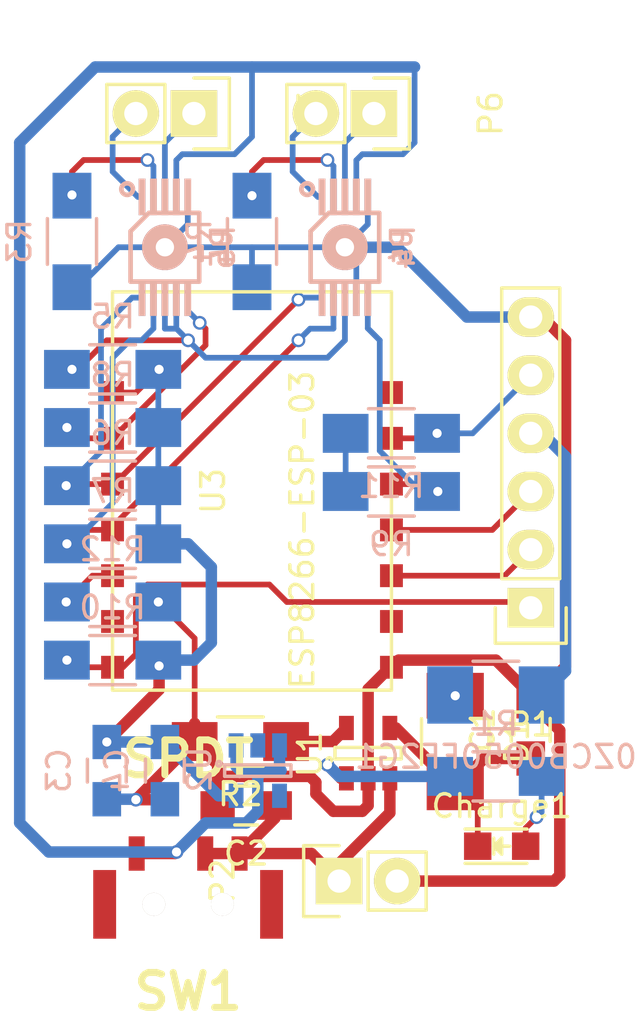
<source format=kicad_pcb>
(kicad_pcb (version 4) (host pcbnew 4.0.2-4+6225~38~ubuntu14.04.1-stable)

  (general
    (links 69)
    (no_connects 4)
    (area 135.353667 84.638999 185.702334 117.4972)
    (thickness 1.6)
    (drawings 0)
    (tracks 253)
    (zones 0)
    (modules 31)
    (nets 30)
  )

  (page A4)
  (layers
    (0 F.Cu signal)
    (31 B.Cu signal)
    (32 B.Adhes user)
    (33 F.Adhes user)
    (34 B.Paste user)
    (35 F.Paste user)
    (36 B.SilkS user)
    (37 F.SilkS user)
    (38 B.Mask user)
    (39 F.Mask user)
    (40 Dwgs.User user)
    (41 Cmts.User user)
    (42 Eco1.User user)
    (43 Eco2.User user)
    (44 Edge.Cuts user)
    (45 Margin user)
    (46 B.CrtYd user)
    (47 F.CrtYd user)
    (48 B.Fab user)
    (49 F.Fab user)
  )

  (setup
    (last_trace_width 0.25)
    (user_trace_width 0.5)
    (trace_clearance 0.2)
    (zone_clearance 0.508)
    (zone_45_only no)
    (trace_min 0.2)
    (segment_width 0.2)
    (edge_width 0.15)
    (via_size 0.6)
    (via_drill 0.4)
    (via_min_size 0.4)
    (via_min_drill 0.3)
    (uvia_size 0.3)
    (uvia_drill 0.1)
    (uvias_allowed no)
    (uvia_min_size 0.2)
    (uvia_min_drill 0.1)
    (pcb_text_width 0.3)
    (pcb_text_size 1.5 1.5)
    (mod_edge_width 0.15)
    (mod_text_size 0.000001 0.000001)
    (mod_text_width 0.15)
    (pad_size 1.4 1.4)
    (pad_drill 0.6)
    (pad_to_mask_clearance 0.2)
    (aux_axis_origin 0 0)
    (visible_elements FFFFFF1F)
    (pcbplotparams
      (layerselection 0x00030_80000001)
      (usegerberextensions false)
      (excludeedgelayer true)
      (linewidth 0.100000)
      (plotframeref false)
      (viasonmask false)
      (mode 1)
      (useauxorigin false)
      (hpglpennumber 1)
      (hpglpenspeed 20)
      (hpglpendiameter 15)
      (hpglpenoverlay 2)
      (psnegative false)
      (psa4output false)
      (plotreference true)
      (plotvalue true)
      (plotinvisibletext false)
      (padsonsilk false)
      (subtractmaskfromsilk false)
      (outputformat 1)
      (mirror false)
      (drillshape 1)
      (scaleselection 1)
      (outputdirectory ""))
  )

  (net 0 "")
  (net 1 "Net-(0ZCB0050FF2G1-Pad1)")
  (net 2 5Vin)
  (net 3 "Net-(C1-Pad1)")
  (net 4 GND)
  (net 5 +BATT)
  (net 6 +3.3V)
  (net 7 "Net-(Charge1-Pad2)")
  (net 8 "Net-(P1-Pad1)")
  (net 9 "Net-(P1-Pad2)")
  (net 10 "Net-(P1-Pad3)")
  (net 11 "Net-(P1-Pad5)")
  (net 12 "Net-(P3-Pad1)")
  (net 13 "Net-(P3-Pad2)")
  (net 14 "Net-(P6-Pad1)")
  (net 15 "Net-(P6-Pad2)")
  (net 16 "Net-(R1-Pad2)")
  (net 17 "Net-(R2-Pad1)")
  (net 18 "Net-(R3-Pad1)")
  (net 19 "Net-(R4-Pad1)")
  (net 20 "Net-(R5-Pad2)")
  (net 21 SCL)
  (net 22 SDA)
  (net 23 Fault2)
  (net 24 Fault1)
  (net 25 "Net-(R12-Pad2)")
  (net 26 Unreg)
  (net 27 "Net-(U2-Pad4)")
  (net 28 "Net-(U3-Pad13)")
  (net 29 "Net-(U3-Pad7)")

  (net_class Default "This is the default net class."
    (clearance 0.2)
    (trace_width 0.25)
    (via_dia 0.6)
    (via_drill 0.4)
    (uvia_dia 0.3)
    (uvia_drill 0.1)
    (add_net +3.3V)
    (add_net +BATT)
    (add_net 5Vin)
    (add_net Fault1)
    (add_net Fault2)
    (add_net GND)
    (add_net "Net-(0ZCB0050FF2G1-Pad1)")
    (add_net "Net-(C1-Pad1)")
    (add_net "Net-(Charge1-Pad2)")
    (add_net "Net-(P1-Pad1)")
    (add_net "Net-(P1-Pad2)")
    (add_net "Net-(P1-Pad3)")
    (add_net "Net-(P1-Pad5)")
    (add_net "Net-(P3-Pad1)")
    (add_net "Net-(P3-Pad2)")
    (add_net "Net-(P6-Pad1)")
    (add_net "Net-(P6-Pad2)")
    (add_net "Net-(R1-Pad2)")
    (add_net "Net-(R12-Pad2)")
    (add_net "Net-(R2-Pad1)")
    (add_net "Net-(R3-Pad1)")
    (add_net "Net-(R4-Pad1)")
    (add_net "Net-(R5-Pad2)")
    (add_net "Net-(U2-Pad4)")
    (add_net "Net-(U3-Pad13)")
    (add_net "Net-(U3-Pad7)")
    (add_net SCL)
    (add_net SDA)
    (add_net Unreg)
  )

  (module esp-8266:ESP8266-ESP-03 (layer F.Cu) (tedit 54BF7D41) (tstamp 571E4523)
    (at 168.402 96.012)
    (descr "ESP8266 ESP-03 wifi module -- Phillip Pearson")
    (path /5575F418)
    (fp_text reference U3 (at -1.7 -1.8 90) (layer F.SilkS)
      (effects (font (size 1 1) (thickness 0.15)))
    )
    (fp_text value ESP8266-ESP-03 (at 2.2 -0.1 90) (layer F.SilkS)
      (effects (font (size 1 1) (thickness 0.15)))
    )
    (fp_line (start -6.1 6.9) (end -6.1 -10.5) (layer F.SilkS) (width 0.15))
    (fp_line (start -6.1 -10.5) (end 6.1 -10.5) (layer F.SilkS) (width 0.15))
    (fp_line (start 6.1 -10.5) (end 6.1 6.9) (layer F.SilkS) (width 0.15))
    (fp_line (start 6.1 6.9) (end -6.1 6.9) (layer F.SilkS) (width 0.15))
    (pad 14 smd rect (at -6.1 5.9) (size 1 1) (layers F.Cu F.Paste F.Mask)
      (net 8 "Net-(P1-Pad1)"))
    (pad 13 smd rect (at -6.1 3.9) (size 1 1) (layers F.Cu F.Paste F.Mask)
      (net 28 "Net-(U3-Pad13)"))
    (pad 12 smd rect (at -6.1 1.9) (size 1 1) (layers F.Cu F.Paste F.Mask)
      (net 25 "Net-(R12-Pad2)"))
    (pad 11 smd rect (at -6.1 -0.1) (size 1 1) (layers F.Cu F.Paste F.Mask)
      (net 22 SDA))
    (pad 10 smd rect (at -6.1 -2.1) (size 1 1) (layers F.Cu F.Paste F.Mask)
      (net 21 SCL))
    (pad 9 smd rect (at -6.1 -4.1) (size 1 1) (layers F.Cu F.Paste F.Mask)
      (net 23 Fault2))
    (pad 8 smd rect (at -6.1 -6.1) (size 1 1) (layers F.Cu F.Paste F.Mask)
      (net 6 +3.3V))
    (pad 1 smd rect (at 6.1 5.9) (size 1 1) (layers F.Cu F.Paste F.Mask)
      (net 4 GND))
    (pad 2 smd rect (at 6.1 3.9) (size 1 1) (layers F.Cu F.Paste F.Mask))
    (pad 3 smd rect (at 6.1 1.9) (size 1 1) (layers F.Cu F.Paste F.Mask)
      (net 9 "Net-(P1-Pad2)"))
    (pad 4 smd rect (at 6.1 -0.1) (size 1 1) (layers F.Cu F.Paste F.Mask)
      (net 10 "Net-(P1-Pad3)"))
    (pad 5 smd rect (at 6.1 -2.1) (size 1 1) (layers F.Cu F.Paste F.Mask)
      (net 24 Fault1))
    (pad 6 smd rect (at 6.1 -4.1) (size 1 1) (layers F.Cu F.Paste F.Mask)
      (net 11 "Net-(P1-Pad5)"))
    (pad 7 smd rect (at 6.1 -6.1) (size 1 1) (layers F.Cu F.Paste F.Mask)
      (net 29 "Net-(U3-Pad7)"))
  )

  (module Resistors_SMD:R_1210_HandSoldering (layer B.Cu) (tedit 5418A32D) (tstamp 571E4462)
    (at 179.07 103.124)
    (descr "Resistor SMD 1210, hand soldering")
    (tags "resistor 1210")
    (path /54EF9F20)
    (attr smd)
    (fp_text reference 0ZCB0050FF2G1 (at 0 2.7) (layer B.SilkS)
      (effects (font (size 1 1) (thickness 0.15)) (justify mirror))
    )
    (fp_text value "Thermal fuse" (at 0 -2.7) (layer B.Fab)
      (effects (font (size 1 1) (thickness 0.15)) (justify mirror))
    )
    (fp_line (start -3.3 1.6) (end 3.3 1.6) (layer B.CrtYd) (width 0.05))
    (fp_line (start -3.3 -1.6) (end 3.3 -1.6) (layer B.CrtYd) (width 0.05))
    (fp_line (start -3.3 1.6) (end -3.3 -1.6) (layer B.CrtYd) (width 0.05))
    (fp_line (start 3.3 1.6) (end 3.3 -1.6) (layer B.CrtYd) (width 0.05))
    (fp_line (start 1 -1.475) (end -1 -1.475) (layer B.SilkS) (width 0.15))
    (fp_line (start -1 1.475) (end 1 1.475) (layer B.SilkS) (width 0.15))
    (pad 1 smd rect (at -2 0) (size 2 2.5) (layers B.Cu B.Paste B.Mask)
      (net 1 "Net-(0ZCB0050FF2G1-Pad1)"))
    (pad 2 smd rect (at 2 0) (size 2 2.5) (layers B.Cu B.Paste B.Mask)
      (net 2 5Vin))
    (model Resistors_SMD.3dshapes/R_1210_HandSoldering.wrl
      (at (xyz 0 0 0))
      (scale (xyz 1 1 1))
      (rotate (xyz 0 0 0))
    )
  )

  (module Capacitors_SMD:C_0805_HandSoldering (layer F.Cu) (tedit 541A9B8D) (tstamp 571E4468)
    (at 180.594 104.648 90)
    (descr "Capacitor SMD 0805, hand soldering")
    (tags "capacitor 0805")
    (path /54EF9F43)
    (attr smd)
    (fp_text reference C1 (at 0 -2.1 90) (layer F.SilkS)
      (effects (font (size 1 1) (thickness 0.15)))
    )
    (fp_text value 4.7uF (at 0 2.1 90) (layer F.Fab)
      (effects (font (size 1 1) (thickness 0.15)))
    )
    (fp_line (start -2.3 -1) (end 2.3 -1) (layer F.CrtYd) (width 0.05))
    (fp_line (start -2.3 1) (end 2.3 1) (layer F.CrtYd) (width 0.05))
    (fp_line (start -2.3 -1) (end -2.3 1) (layer F.CrtYd) (width 0.05))
    (fp_line (start 2.3 -1) (end 2.3 1) (layer F.CrtYd) (width 0.05))
    (fp_line (start 0.5 -0.85) (end -0.5 -0.85) (layer F.SilkS) (width 0.15))
    (fp_line (start -0.5 0.85) (end 0.5 0.85) (layer F.SilkS) (width 0.15))
    (pad 1 smd rect (at -1.25 0 90) (size 1.5 1.25) (layers F.Cu F.Paste F.Mask)
      (net 3 "Net-(C1-Pad1)"))
    (pad 2 smd rect (at 1.25 0 90) (size 1.5 1.25) (layers F.Cu F.Paste F.Mask)
      (net 4 GND))
    (model Capacitors_SMD.3dshapes/C_0805_HandSoldering.wrl
      (at (xyz 0 0 0))
      (scale (xyz 1 1 1))
      (rotate (xyz 0 0 0))
    )
  )

  (module Capacitors_SMD:C_0805_HandSoldering (layer F.Cu) (tedit 541A9B8D) (tstamp 571E446E)
    (at 168.148 107.95 180)
    (descr "Capacitor SMD 0805, hand soldering")
    (tags "capacitor 0805")
    (path /54EF9F4A)
    (attr smd)
    (fp_text reference C2 (at 0 -2.1 180) (layer F.SilkS)
      (effects (font (size 1 1) (thickness 0.15)))
    )
    (fp_text value 4.7uF (at 0 2.1 180) (layer F.Fab)
      (effects (font (size 1 1) (thickness 0.15)))
    )
    (fp_line (start -2.3 -1) (end 2.3 -1) (layer F.CrtYd) (width 0.05))
    (fp_line (start -2.3 1) (end 2.3 1) (layer F.CrtYd) (width 0.05))
    (fp_line (start -2.3 -1) (end -2.3 1) (layer F.CrtYd) (width 0.05))
    (fp_line (start 2.3 -1) (end 2.3 1) (layer F.CrtYd) (width 0.05))
    (fp_line (start 0.5 -0.85) (end -0.5 -0.85) (layer F.SilkS) (width 0.15))
    (fp_line (start -0.5 0.85) (end 0.5 0.85) (layer F.SilkS) (width 0.15))
    (pad 1 smd rect (at -1.25 0 180) (size 1.5 1.25) (layers F.Cu F.Paste F.Mask)
      (net 5 +BATT))
    (pad 2 smd rect (at 1.25 0 180) (size 1.5 1.25) (layers F.Cu F.Paste F.Mask)
      (net 4 GND))
    (model Capacitors_SMD.3dshapes/C_0805_HandSoldering.wrl
      (at (xyz 0 0 0))
      (scale (xyz 1 1 1))
      (rotate (xyz 0 0 0))
    )
  )

  (module Capacitors_SMD:C_0805_HandSoldering (layer B.Cu) (tedit 541A9B8D) (tstamp 571E4474)
    (at 162.052 106.426 270)
    (descr "Capacitor SMD 0805, hand soldering")
    (tags "capacitor 0805")
    (path /54EF9F4F)
    (attr smd)
    (fp_text reference C3 (at 0 2.1 270) (layer B.SilkS)
      (effects (font (size 1 1) (thickness 0.15)) (justify mirror))
    )
    (fp_text value 0.1uF (at 0 -2.1 270) (layer B.Fab)
      (effects (font (size 1 1) (thickness 0.15)) (justify mirror))
    )
    (fp_line (start -2.3 1) (end 2.3 1) (layer B.CrtYd) (width 0.05))
    (fp_line (start -2.3 -1) (end 2.3 -1) (layer B.CrtYd) (width 0.05))
    (fp_line (start -2.3 1) (end -2.3 -1) (layer B.CrtYd) (width 0.05))
    (fp_line (start 2.3 1) (end 2.3 -1) (layer B.CrtYd) (width 0.05))
    (fp_line (start 0.5 0.85) (end -0.5 0.85) (layer B.SilkS) (width 0.15))
    (fp_line (start -0.5 -0.85) (end 0.5 -0.85) (layer B.SilkS) (width 0.15))
    (pad 1 smd rect (at -1.25 0 270) (size 1.5 1.25) (layers B.Cu B.Paste B.Mask)
      (net 6 +3.3V))
    (pad 2 smd rect (at 1.25 0 270) (size 1.5 1.25) (layers B.Cu B.Paste B.Mask)
      (net 4 GND))
    (model Capacitors_SMD.3dshapes/C_0805_HandSoldering.wrl
      (at (xyz 0 0 0))
      (scale (xyz 1 1 1))
      (rotate (xyz 0 0 0))
    )
  )

  (module Capacitors_SMD:C_0805_HandSoldering (layer B.Cu) (tedit 541A9B8D) (tstamp 571E447A)
    (at 164.592 106.426 270)
    (descr "Capacitor SMD 0805, hand soldering")
    (tags "capacitor 0805")
    (path /54EF9F83)
    (attr smd)
    (fp_text reference C4 (at 0 2.1 270) (layer B.SilkS)
      (effects (font (size 1 1) (thickness 0.15)) (justify mirror))
    )
    (fp_text value 10uF (at 0 -2.1 270) (layer B.Fab)
      (effects (font (size 1 1) (thickness 0.15)) (justify mirror))
    )
    (fp_line (start -2.3 1) (end 2.3 1) (layer B.CrtYd) (width 0.05))
    (fp_line (start -2.3 -1) (end 2.3 -1) (layer B.CrtYd) (width 0.05))
    (fp_line (start -2.3 1) (end -2.3 -1) (layer B.CrtYd) (width 0.05))
    (fp_line (start 2.3 1) (end 2.3 -1) (layer B.CrtYd) (width 0.05))
    (fp_line (start 0.5 0.85) (end -0.5 0.85) (layer B.SilkS) (width 0.15))
    (fp_line (start -0.5 -0.85) (end 0.5 -0.85) (layer B.SilkS) (width 0.15))
    (pad 1 smd rect (at -1.25 0 270) (size 1.5 1.25) (layers B.Cu B.Paste B.Mask)
      (net 6 +3.3V))
    (pad 2 smd rect (at 1.25 0 270) (size 1.5 1.25) (layers B.Cu B.Paste B.Mask)
      (net 4 GND))
    (model Capacitors_SMD.3dshapes/C_0805_HandSoldering.wrl
      (at (xyz 0 0 0))
      (scale (xyz 1 1 1))
      (rotate (xyz 0 0 0))
    )
  )

  (module LEDs:LED_0805 (layer F.Cu) (tedit 55BDE1C2) (tstamp 571E4480)
    (at 179.324 109.728)
    (descr "LED 0805 smd package")
    (tags "LED 0805 SMD")
    (path /54EF9FA6)
    (attr smd)
    (fp_text reference Charge1 (at 0 -1.75) (layer F.SilkS)
      (effects (font (size 1 1) (thickness 0.15)))
    )
    (fp_text value LED (at 0 1.75) (layer F.Fab)
      (effects (font (size 1 1) (thickness 0.15)))
    )
    (fp_line (start -1.6 0.75) (end 1.1 0.75) (layer F.SilkS) (width 0.15))
    (fp_line (start -1.6 -0.75) (end 1.1 -0.75) (layer F.SilkS) (width 0.15))
    (fp_line (start -0.1 0.15) (end -0.1 -0.1) (layer F.SilkS) (width 0.15))
    (fp_line (start -0.1 -0.1) (end -0.25 0.05) (layer F.SilkS) (width 0.15))
    (fp_line (start -0.35 -0.35) (end -0.35 0.35) (layer F.SilkS) (width 0.15))
    (fp_line (start 0 0) (end 0.35 0) (layer F.SilkS) (width 0.15))
    (fp_line (start -0.35 0) (end 0 -0.35) (layer F.SilkS) (width 0.15))
    (fp_line (start 0 -0.35) (end 0 0.35) (layer F.SilkS) (width 0.15))
    (fp_line (start 0 0.35) (end -0.35 0) (layer F.SilkS) (width 0.15))
    (fp_line (start 1.9 -0.95) (end 1.9 0.95) (layer F.CrtYd) (width 0.05))
    (fp_line (start 1.9 0.95) (end -1.9 0.95) (layer F.CrtYd) (width 0.05))
    (fp_line (start -1.9 0.95) (end -1.9 -0.95) (layer F.CrtYd) (width 0.05))
    (fp_line (start -1.9 -0.95) (end 1.9 -0.95) (layer F.CrtYd) (width 0.05))
    (pad 2 smd rect (at 1.04902 0 180) (size 1.19888 1.19888) (layers F.Cu F.Paste F.Mask)
      (net 7 "Net-(Charge1-Pad2)"))
    (pad 1 smd rect (at -1.04902 0 180) (size 1.19888 1.19888) (layers F.Cu F.Paste F.Mask)
      (net 3 "Net-(C1-Pad1)"))
    (model LEDs.3dshapes/LED_0805.wrl
      (at (xyz 0 0 0))
      (scale (xyz 1 1 1))
      (rotate (xyz 0 0 0))
    )
  )

  (module Resistors_SMD:R_1210_HandSoldering (layer F.Cu) (tedit 5418A32D) (tstamp 571E4486)
    (at 177.292 105.156 270)
    (descr "Resistor SMD 1210, hand soldering")
    (tags "resistor 1210")
    (path /54EF9F33)
    (attr smd)
    (fp_text reference D1 (at 0 -2.7 270) (layer F.SilkS)
      (effects (font (size 1 1) (thickness 0.15)))
    )
    (fp_text value GF1A (at 0 2.7 270) (layer F.Fab)
      (effects (font (size 1 1) (thickness 0.15)))
    )
    (fp_line (start -3.3 -1.6) (end 3.3 -1.6) (layer F.CrtYd) (width 0.05))
    (fp_line (start -3.3 1.6) (end 3.3 1.6) (layer F.CrtYd) (width 0.05))
    (fp_line (start -3.3 -1.6) (end -3.3 1.6) (layer F.CrtYd) (width 0.05))
    (fp_line (start 3.3 -1.6) (end 3.3 1.6) (layer F.CrtYd) (width 0.05))
    (fp_line (start 1 1.475) (end -1 1.475) (layer F.SilkS) (width 0.15))
    (fp_line (start -1 -1.475) (end 1 -1.475) (layer F.SilkS) (width 0.15))
    (pad 1 smd rect (at -2 0 270) (size 2 2.5) (layers F.Cu F.Paste F.Mask)
      (net 1 "Net-(0ZCB0050FF2G1-Pad1)"))
    (pad 2 smd rect (at 2 0 270) (size 2 2.5) (layers F.Cu F.Paste F.Mask)
      (net 3 "Net-(C1-Pad1)"))
    (model Resistors_SMD.3dshapes/R_1210_HandSoldering.wrl
      (at (xyz 0 0 0))
      (scale (xyz 1 1 1))
      (rotate (xyz 0 0 0))
    )
  )

  (module Pin_Headers:Pin_Header_Straight_1x06 (layer F.Cu) (tedit 0) (tstamp 571E4490)
    (at 180.594 99.314 180)
    (descr "Through hole pin header")
    (tags "pin header")
    (path /570E7DDF)
    (fp_text reference P1 (at 0 -5.1 180) (layer F.SilkS)
      (effects (font (size 1 1) (thickness 0.15)))
    )
    (fp_text value CONN_01X06 (at 0 -3.1 180) (layer F.Fab)
      (effects (font (size 1 1) (thickness 0.15)))
    )
    (fp_line (start -1.75 -1.75) (end -1.75 14.45) (layer F.CrtYd) (width 0.05))
    (fp_line (start 1.75 -1.75) (end 1.75 14.45) (layer F.CrtYd) (width 0.05))
    (fp_line (start -1.75 -1.75) (end 1.75 -1.75) (layer F.CrtYd) (width 0.05))
    (fp_line (start -1.75 14.45) (end 1.75 14.45) (layer F.CrtYd) (width 0.05))
    (fp_line (start 1.27 1.27) (end 1.27 13.97) (layer F.SilkS) (width 0.15))
    (fp_line (start 1.27 13.97) (end -1.27 13.97) (layer F.SilkS) (width 0.15))
    (fp_line (start -1.27 13.97) (end -1.27 1.27) (layer F.SilkS) (width 0.15))
    (fp_line (start 1.55 -1.55) (end 1.55 0) (layer F.SilkS) (width 0.15))
    (fp_line (start 1.27 1.27) (end -1.27 1.27) (layer F.SilkS) (width 0.15))
    (fp_line (start -1.55 0) (end -1.55 -1.55) (layer F.SilkS) (width 0.15))
    (fp_line (start -1.55 -1.55) (end 1.55 -1.55) (layer F.SilkS) (width 0.15))
    (pad 1 thru_hole rect (at 0 0 180) (size 2.032 1.7272) (drill 1.016) (layers *.Cu *.Mask F.SilkS)
      (net 8 "Net-(P1-Pad1)"))
    (pad 2 thru_hole oval (at 0 2.54 180) (size 2.032 1.7272) (drill 1.016) (layers *.Cu *.Mask F.SilkS)
      (net 9 "Net-(P1-Pad2)"))
    (pad 3 thru_hole oval (at 0 5.08 180) (size 2.032 1.7272) (drill 1.016) (layers *.Cu *.Mask F.SilkS)
      (net 10 "Net-(P1-Pad3)"))
    (pad 4 thru_hole oval (at 0 7.62 180) (size 2.032 1.7272) (drill 1.016) (layers *.Cu *.Mask F.SilkS)
      (net 2 5Vin))
    (pad 5 thru_hole oval (at 0 10.16 180) (size 2.032 1.7272) (drill 1.016) (layers *.Cu *.Mask F.SilkS)
      (net 11 "Net-(P1-Pad5)"))
    (pad 6 thru_hole oval (at 0 12.7 180) (size 2.032 1.7272) (drill 1.016) (layers *.Cu *.Mask F.SilkS)
      (net 4 GND))
    (model Pin_Headers.3dshapes/Pin_Header_Straight_1x06.wrl
      (at (xyz 0 -0.25 0))
      (scale (xyz 1 1 1))
      (rotate (xyz 0 0 90))
    )
  )

  (module Pin_Headers:Pin_Header_Straight_1x02 (layer F.Cu) (tedit 54EA090C) (tstamp 571E4496)
    (at 172.212 111.252 90)
    (descr "Through hole pin header")
    (tags "pin header")
    (path /54EFA433)
    (fp_text reference P2 (at 0 -5.1 90) (layer F.SilkS)
      (effects (font (size 1 1) (thickness 0.15)))
    )
    (fp_text value BATT (at 0 -3.1 90) (layer F.Fab)
      (effects (font (size 1 1) (thickness 0.15)))
    )
    (fp_line (start 1.27 1.27) (end 1.27 3.81) (layer F.SilkS) (width 0.15))
    (fp_line (start 1.55 -1.55) (end 1.55 0) (layer F.SilkS) (width 0.15))
    (fp_line (start -1.75 -1.75) (end -1.75 4.3) (layer F.CrtYd) (width 0.05))
    (fp_line (start 1.75 -1.75) (end 1.75 4.3) (layer F.CrtYd) (width 0.05))
    (fp_line (start -1.75 -1.75) (end 1.75 -1.75) (layer F.CrtYd) (width 0.05))
    (fp_line (start -1.75 4.3) (end 1.75 4.3) (layer F.CrtYd) (width 0.05))
    (fp_line (start 1.27 1.27) (end -1.27 1.27) (layer F.SilkS) (width 0.15))
    (fp_line (start -1.55 0) (end -1.55 -1.55) (layer F.SilkS) (width 0.15))
    (fp_line (start -1.55 -1.55) (end 1.55 -1.55) (layer F.SilkS) (width 0.15))
    (fp_line (start -1.27 1.27) (end -1.27 3.81) (layer F.SilkS) (width 0.15))
    (fp_line (start -1.27 3.81) (end 1.27 3.81) (layer F.SilkS) (width 0.15))
    (pad 1 thru_hole rect (at 0 0 90) (size 2.032 2.032) (drill 1.016) (layers *.Cu *.Mask F.SilkS)
      (net 5 +BATT))
    (pad 2 thru_hole oval (at 0 2.54 90) (size 2.032 2.032) (drill 1.016) (layers *.Cu *.Mask F.SilkS)
      (net 4 GND))
    (model Pin_Headers.3dshapes/Pin_Header_Straight_1x02.wrl
      (at (xyz 0 -0.05 0))
      (scale (xyz 1 1 1))
      (rotate (xyz 0 0 90))
    )
  )

  (module Pin_Headers:Pin_Header_Straight_1x02 (layer F.Cu) (tedit 54EA090C) (tstamp 571E449C)
    (at 165.862 77.724 270)
    (descr "Through hole pin header")
    (tags "pin header")
    (path /559D733F)
    (fp_text reference P3 (at 0 -5.1 270) (layer F.SilkS)
      (effects (font (size 1 1) (thickness 0.15)))
    )
    (fp_text value CONN_01X02 (at 0 -3.1 270) (layer F.Fab)
      (effects (font (size 1 1) (thickness 0.15)))
    )
    (fp_line (start 1.27 1.27) (end 1.27 3.81) (layer F.SilkS) (width 0.15))
    (fp_line (start 1.55 -1.55) (end 1.55 0) (layer F.SilkS) (width 0.15))
    (fp_line (start -1.75 -1.75) (end -1.75 4.3) (layer F.CrtYd) (width 0.05))
    (fp_line (start 1.75 -1.75) (end 1.75 4.3) (layer F.CrtYd) (width 0.05))
    (fp_line (start -1.75 -1.75) (end 1.75 -1.75) (layer F.CrtYd) (width 0.05))
    (fp_line (start -1.75 4.3) (end 1.75 4.3) (layer F.CrtYd) (width 0.05))
    (fp_line (start 1.27 1.27) (end -1.27 1.27) (layer F.SilkS) (width 0.15))
    (fp_line (start -1.55 0) (end -1.55 -1.55) (layer F.SilkS) (width 0.15))
    (fp_line (start -1.55 -1.55) (end 1.55 -1.55) (layer F.SilkS) (width 0.15))
    (fp_line (start -1.27 1.27) (end -1.27 3.81) (layer F.SilkS) (width 0.15))
    (fp_line (start -1.27 3.81) (end 1.27 3.81) (layer F.SilkS) (width 0.15))
    (pad 1 thru_hole rect (at 0 0 270) (size 2.032 2.032) (drill 1.016) (layers *.Cu *.Mask F.SilkS)
      (net 12 "Net-(P3-Pad1)"))
    (pad 2 thru_hole oval (at 0 2.54 270) (size 2.032 2.032) (drill 1.016) (layers *.Cu *.Mask F.SilkS)
      (net 13 "Net-(P3-Pad2)"))
    (model Pin_Headers.3dshapes/Pin_Header_Straight_1x02.wrl
      (at (xyz 0 -0.05 0))
      (scale (xyz 1 1 1))
      (rotate (xyz 0 0 90))
    )
  )

  (module Wire_Pads:SolderWirePad_single_0-8mmDrill (layer B.Cu) (tedit 0) (tstamp 571E44A1)
    (at 172.466 83.566 90)
    (path /559D6607)
    (fp_text reference P4 (at 0 2.54 90) (layer B.SilkS)
      (effects (font (size 1 1) (thickness 0.15)) (justify mirror))
    )
    (fp_text value CONNECTOR (at 0 -2.54 90) (layer B.Fab)
      (effects (font (size 1 1) (thickness 0.15)) (justify mirror))
    )
    (pad 1 thru_hole circle (at 0 0 90) (size 1.99898 1.99898) (drill 0.8001) (layers *.Cu *.Mask B.SilkS)
      (net 4 GND))
  )

  (module Wire_Pads:SolderWirePad_single_0-8mmDrill (layer B.Cu) (tedit 0) (tstamp 571E44A6)
    (at 164.592 83.566 90)
    (path /559D66C8)
    (fp_text reference P5 (at 0 2.54 90) (layer B.SilkS)
      (effects (font (size 1 1) (thickness 0.15)) (justify mirror))
    )
    (fp_text value CONNECTOR (at 0 -2.54 90) (layer B.Fab)
      (effects (font (size 1 1) (thickness 0.15)) (justify mirror))
    )
    (pad 1 thru_hole circle (at 0 0 90) (size 1.99898 1.99898) (drill 0.8001) (layers *.Cu *.Mask B.SilkS)
      (net 4 GND))
  )

  (module Pin_Headers:Pin_Header_Straight_1x02 (layer F.Cu) (tedit 54EA090C) (tstamp 571E44AC)
    (at 173.736 77.724 270)
    (descr "Through hole pin header")
    (tags "pin header")
    (path /559D7420)
    (fp_text reference P6 (at 0 -5.1 270) (layer F.SilkS)
      (effects (font (size 1 1) (thickness 0.15)))
    )
    (fp_text value CONN_01X02 (at 0 -3.1 270) (layer F.Fab)
      (effects (font (size 1 1) (thickness 0.15)))
    )
    (fp_line (start 1.27 1.27) (end 1.27 3.81) (layer F.SilkS) (width 0.15))
    (fp_line (start 1.55 -1.55) (end 1.55 0) (layer F.SilkS) (width 0.15))
    (fp_line (start -1.75 -1.75) (end -1.75 4.3) (layer F.CrtYd) (width 0.05))
    (fp_line (start 1.75 -1.75) (end 1.75 4.3) (layer F.CrtYd) (width 0.05))
    (fp_line (start -1.75 -1.75) (end 1.75 -1.75) (layer F.CrtYd) (width 0.05))
    (fp_line (start -1.75 4.3) (end 1.75 4.3) (layer F.CrtYd) (width 0.05))
    (fp_line (start 1.27 1.27) (end -1.27 1.27) (layer F.SilkS) (width 0.15))
    (fp_line (start -1.55 0) (end -1.55 -1.55) (layer F.SilkS) (width 0.15))
    (fp_line (start -1.55 -1.55) (end 1.55 -1.55) (layer F.SilkS) (width 0.15))
    (fp_line (start -1.27 1.27) (end -1.27 3.81) (layer F.SilkS) (width 0.15))
    (fp_line (start -1.27 3.81) (end 1.27 3.81) (layer F.SilkS) (width 0.15))
    (pad 1 thru_hole rect (at 0 0 270) (size 2.032 2.032) (drill 1.016) (layers *.Cu *.Mask F.SilkS)
      (net 14 "Net-(P6-Pad1)"))
    (pad 2 thru_hole oval (at 0 2.54 270) (size 2.032 2.032) (drill 1.016) (layers *.Cu *.Mask F.SilkS)
      (net 15 "Net-(P6-Pad2)"))
    (model Pin_Headers.3dshapes/Pin_Header_Straight_1x02.wrl
      (at (xyz 0 -0.05 0))
      (scale (xyz 1 1 1))
      (rotate (xyz 0 0 90))
    )
  )

  (module Resistors_SMD:R_1206_HandSoldering (layer B.Cu) (tedit 5418A20D) (tstamp 571E44B2)
    (at 179.07 106.68 180)
    (descr "Resistor SMD 1206, hand soldering")
    (tags "resistor 1206")
    (path /54EF9F5C)
    (attr smd)
    (fp_text reference R1 (at 0 2.3 180) (layer B.SilkS)
      (effects (font (size 1 1) (thickness 0.15)) (justify mirror))
    )
    (fp_text value 470 (at 0 -2.3 180) (layer B.Fab)
      (effects (font (size 1 1) (thickness 0.15)) (justify mirror))
    )
    (fp_line (start -3.3 1.2) (end 3.3 1.2) (layer B.CrtYd) (width 0.05))
    (fp_line (start -3.3 -1.2) (end 3.3 -1.2) (layer B.CrtYd) (width 0.05))
    (fp_line (start -3.3 1.2) (end -3.3 -1.2) (layer B.CrtYd) (width 0.05))
    (fp_line (start 3.3 1.2) (end 3.3 -1.2) (layer B.CrtYd) (width 0.05))
    (fp_line (start 1 -1.075) (end -1 -1.075) (layer B.SilkS) (width 0.15))
    (fp_line (start -1 1.075) (end 1 1.075) (layer B.SilkS) (width 0.15))
    (pad 1 smd rect (at -2 0 180) (size 2 1.7) (layers B.Cu B.Paste B.Mask)
      (net 7 "Net-(Charge1-Pad2)"))
    (pad 2 smd rect (at 2 0 180) (size 2 1.7) (layers B.Cu B.Paste B.Mask)
      (net 16 "Net-(R1-Pad2)"))
    (model Resistors_SMD.3dshapes/R_1206_HandSoldering.wrl
      (at (xyz 0 0 0))
      (scale (xyz 1 1 1))
      (rotate (xyz 0 0 0))
    )
  )

  (module Resistors_SMD:R_1206_HandSoldering (layer F.Cu) (tedit 5418A20D) (tstamp 571E44B8)
    (at 167.894 105.156 180)
    (descr "Resistor SMD 1206, hand soldering")
    (tags "resistor 1206")
    (path /54EF9F56)
    (attr smd)
    (fp_text reference R2 (at 0 -2.3 180) (layer F.SilkS)
      (effects (font (size 1 1) (thickness 0.15)))
    )
    (fp_text value 2k (at 0 2.3 180) (layer F.Fab)
      (effects (font (size 1 1) (thickness 0.15)))
    )
    (fp_line (start -3.3 -1.2) (end 3.3 -1.2) (layer F.CrtYd) (width 0.05))
    (fp_line (start -3.3 1.2) (end 3.3 1.2) (layer F.CrtYd) (width 0.05))
    (fp_line (start -3.3 -1.2) (end -3.3 1.2) (layer F.CrtYd) (width 0.05))
    (fp_line (start 3.3 -1.2) (end 3.3 1.2) (layer F.CrtYd) (width 0.05))
    (fp_line (start 1 1.075) (end -1 1.075) (layer F.SilkS) (width 0.15))
    (fp_line (start -1 -1.075) (end 1 -1.075) (layer F.SilkS) (width 0.15))
    (pad 1 smd rect (at -2 0 180) (size 2 1.7) (layers F.Cu F.Paste F.Mask)
      (net 17 "Net-(R2-Pad1)"))
    (pad 2 smd rect (at 2 0 180) (size 2 1.7) (layers F.Cu F.Paste F.Mask)
      (net 4 GND))
    (model Resistors_SMD.3dshapes/R_1206_HandSoldering.wrl
      (at (xyz 0 0 0))
      (scale (xyz 1 1 1))
      (rotate (xyz 0 0 0))
    )
  )

  (module Resistors_SMD:R_1206_HandSoldering (layer B.Cu) (tedit 5418A20D) (tstamp 571E44BE)
    (at 160.528 83.312 270)
    (descr "Resistor SMD 1206, hand soldering")
    (tags "resistor 1206")
    (path /5576FE1B)
    (attr smd)
    (fp_text reference R3 (at 0 2.3 270) (layer B.SilkS)
      (effects (font (size 1 1) (thickness 0.15)) (justify mirror))
    )
    (fp_text value 0.22 (at 0 -2.3 270) (layer B.Fab)
      (effects (font (size 1 1) (thickness 0.15)) (justify mirror))
    )
    (fp_line (start -3.3 1.2) (end 3.3 1.2) (layer B.CrtYd) (width 0.05))
    (fp_line (start -3.3 -1.2) (end 3.3 -1.2) (layer B.CrtYd) (width 0.05))
    (fp_line (start -3.3 1.2) (end -3.3 -1.2) (layer B.CrtYd) (width 0.05))
    (fp_line (start 3.3 1.2) (end 3.3 -1.2) (layer B.CrtYd) (width 0.05))
    (fp_line (start 1 -1.075) (end -1 -1.075) (layer B.SilkS) (width 0.15))
    (fp_line (start -1 1.075) (end 1 1.075) (layer B.SilkS) (width 0.15))
    (pad 1 smd rect (at -2 0 270) (size 2 1.7) (layers B.Cu B.Paste B.Mask)
      (net 18 "Net-(R3-Pad1)"))
    (pad 2 smd rect (at 2 0 270) (size 2 1.7) (layers B.Cu B.Paste B.Mask)
      (net 4 GND))
    (model Resistors_SMD.3dshapes/R_1206_HandSoldering.wrl
      (at (xyz 0 0 0))
      (scale (xyz 1 1 1))
      (rotate (xyz 0 0 0))
    )
  )

  (module Resistors_SMD:R_1206_HandSoldering (layer B.Cu) (tedit 5418A20D) (tstamp 571E44C4)
    (at 168.402 83.312 270)
    (descr "Resistor SMD 1206, hand soldering")
    (tags "resistor 1206")
    (path /5576FE28)
    (attr smd)
    (fp_text reference R4 (at 0 2.3 270) (layer B.SilkS)
      (effects (font (size 1 1) (thickness 0.15)) (justify mirror))
    )
    (fp_text value 0.22 (at 0 -2.3 270) (layer B.Fab)
      (effects (font (size 1 1) (thickness 0.15)) (justify mirror))
    )
    (fp_line (start -3.3 1.2) (end 3.3 1.2) (layer B.CrtYd) (width 0.05))
    (fp_line (start -3.3 -1.2) (end 3.3 -1.2) (layer B.CrtYd) (width 0.05))
    (fp_line (start -3.3 1.2) (end -3.3 -1.2) (layer B.CrtYd) (width 0.05))
    (fp_line (start 3.3 1.2) (end 3.3 -1.2) (layer B.CrtYd) (width 0.05))
    (fp_line (start 1 -1.075) (end -1 -1.075) (layer B.SilkS) (width 0.15))
    (fp_line (start -1 1.075) (end 1 1.075) (layer B.SilkS) (width 0.15))
    (pad 1 smd rect (at -2 0 270) (size 2 1.7) (layers B.Cu B.Paste B.Mask)
      (net 19 "Net-(R4-Pad1)"))
    (pad 2 smd rect (at 2 0 270) (size 2 1.7) (layers B.Cu B.Paste B.Mask)
      (net 4 GND))
    (model Resistors_SMD.3dshapes/R_1206_HandSoldering.wrl
      (at (xyz 0 0 0))
      (scale (xyz 1 1 1))
      (rotate (xyz 0 0 0))
    )
  )

  (module Resistors_SMD:R_1206_HandSoldering (layer B.Cu) (tedit 5418A20D) (tstamp 571E44CA)
    (at 162.306 88.9 180)
    (descr "Resistor SMD 1206, hand soldering")
    (tags "resistor 1206")
    (path /5576FFFF)
    (attr smd)
    (fp_text reference R5 (at 0 2.3 180) (layer B.SilkS)
      (effects (font (size 1 1) (thickness 0.15)) (justify mirror))
    )
    (fp_text value 10k (at 0 -2.3 180) (layer B.Fab)
      (effects (font (size 1 1) (thickness 0.15)) (justify mirror))
    )
    (fp_line (start -3.3 1.2) (end 3.3 1.2) (layer B.CrtYd) (width 0.05))
    (fp_line (start -3.3 -1.2) (end 3.3 -1.2) (layer B.CrtYd) (width 0.05))
    (fp_line (start -3.3 1.2) (end -3.3 -1.2) (layer B.CrtYd) (width 0.05))
    (fp_line (start 3.3 1.2) (end 3.3 -1.2) (layer B.CrtYd) (width 0.05))
    (fp_line (start 1 -1.075) (end -1 -1.075) (layer B.SilkS) (width 0.15))
    (fp_line (start -1 1.075) (end 1 1.075) (layer B.SilkS) (width 0.15))
    (pad 1 smd rect (at -2 0 180) (size 2 1.7) (layers B.Cu B.Paste B.Mask)
      (net 6 +3.3V))
    (pad 2 smd rect (at 2 0 180) (size 2 1.7) (layers B.Cu B.Paste B.Mask)
      (net 20 "Net-(R5-Pad2)"))
    (model Resistors_SMD.3dshapes/R_1206_HandSoldering.wrl
      (at (xyz 0 0 0))
      (scale (xyz 1 1 1))
      (rotate (xyz 0 0 0))
    )
  )

  (module Resistors_SMD:R_1206_HandSoldering (layer B.Cu) (tedit 5418A20D) (tstamp 571E44D0)
    (at 162.306 93.98 180)
    (descr "Resistor SMD 1206, hand soldering")
    (tags "resistor 1206")
    (path /5576FE2B)
    (attr smd)
    (fp_text reference R6 (at 0 2.3 180) (layer B.SilkS)
      (effects (font (size 1 1) (thickness 0.15)) (justify mirror))
    )
    (fp_text value 1k (at 0 -2.3 180) (layer B.Fab)
      (effects (font (size 1 1) (thickness 0.15)) (justify mirror))
    )
    (fp_line (start -3.3 1.2) (end 3.3 1.2) (layer B.CrtYd) (width 0.05))
    (fp_line (start -3.3 -1.2) (end 3.3 -1.2) (layer B.CrtYd) (width 0.05))
    (fp_line (start -3.3 1.2) (end -3.3 -1.2) (layer B.CrtYd) (width 0.05))
    (fp_line (start 3.3 1.2) (end 3.3 -1.2) (layer B.CrtYd) (width 0.05))
    (fp_line (start 1 -1.075) (end -1 -1.075) (layer B.SilkS) (width 0.15))
    (fp_line (start -1 1.075) (end 1 1.075) (layer B.SilkS) (width 0.15))
    (pad 1 smd rect (at -2 0 180) (size 2 1.7) (layers B.Cu B.Paste B.Mask)
      (net 6 +3.3V))
    (pad 2 smd rect (at 2 0 180) (size 2 1.7) (layers B.Cu B.Paste B.Mask)
      (net 21 SCL))
    (model Resistors_SMD.3dshapes/R_1206_HandSoldering.wrl
      (at (xyz 0 0 0))
      (scale (xyz 1 1 1))
      (rotate (xyz 0 0 0))
    )
  )

  (module Resistors_SMD:R_1206_HandSoldering (layer B.Cu) (tedit 5418A20D) (tstamp 571E44D6)
    (at 162.306 96.52 180)
    (descr "Resistor SMD 1206, hand soldering")
    (tags "resistor 1206")
    (path /5576FE2F)
    (attr smd)
    (fp_text reference R7 (at 0 2.3 180) (layer B.SilkS)
      (effects (font (size 1 1) (thickness 0.15)) (justify mirror))
    )
    (fp_text value 1k (at 0 -2.3 180) (layer B.Fab)
      (effects (font (size 1 1) (thickness 0.15)) (justify mirror))
    )
    (fp_line (start -3.3 1.2) (end 3.3 1.2) (layer B.CrtYd) (width 0.05))
    (fp_line (start -3.3 -1.2) (end 3.3 -1.2) (layer B.CrtYd) (width 0.05))
    (fp_line (start -3.3 1.2) (end -3.3 -1.2) (layer B.CrtYd) (width 0.05))
    (fp_line (start 3.3 1.2) (end 3.3 -1.2) (layer B.CrtYd) (width 0.05))
    (fp_line (start 1 -1.075) (end -1 -1.075) (layer B.SilkS) (width 0.15))
    (fp_line (start -1 1.075) (end 1 1.075) (layer B.SilkS) (width 0.15))
    (pad 1 smd rect (at -2 0 180) (size 2 1.7) (layers B.Cu B.Paste B.Mask)
      (net 6 +3.3V))
    (pad 2 smd rect (at 2 0 180) (size 2 1.7) (layers B.Cu B.Paste B.Mask)
      (net 22 SDA))
    (model Resistors_SMD.3dshapes/R_1206_HandSoldering.wrl
      (at (xyz 0 0 0))
      (scale (xyz 1 1 1))
      (rotate (xyz 0 0 0))
    )
  )

  (module Resistors_SMD:R_1206_HandSoldering (layer B.Cu) (tedit 5418A20D) (tstamp 571E44DC)
    (at 162.306 91.44 180)
    (descr "Resistor SMD 1206, hand soldering")
    (tags "resistor 1206")
    (path /5576FE5F)
    (attr smd)
    (fp_text reference R8 (at 0 2.3 180) (layer B.SilkS)
      (effects (font (size 1 1) (thickness 0.15)) (justify mirror))
    )
    (fp_text value 10k (at 0 -2.3 180) (layer B.Fab)
      (effects (font (size 1 1) (thickness 0.15)) (justify mirror))
    )
    (fp_line (start -3.3 1.2) (end 3.3 1.2) (layer B.CrtYd) (width 0.05))
    (fp_line (start -3.3 -1.2) (end 3.3 -1.2) (layer B.CrtYd) (width 0.05))
    (fp_line (start -3.3 1.2) (end -3.3 -1.2) (layer B.CrtYd) (width 0.05))
    (fp_line (start 3.3 1.2) (end 3.3 -1.2) (layer B.CrtYd) (width 0.05))
    (fp_line (start 1 -1.075) (end -1 -1.075) (layer B.SilkS) (width 0.15))
    (fp_line (start -1 1.075) (end 1 1.075) (layer B.SilkS) (width 0.15))
    (pad 1 smd rect (at -2 0 180) (size 2 1.7) (layers B.Cu B.Paste B.Mask)
      (net 6 +3.3V))
    (pad 2 smd rect (at 2 0 180) (size 2 1.7) (layers B.Cu B.Paste B.Mask)
      (net 23 Fault2))
    (model Resistors_SMD.3dshapes/R_1206_HandSoldering.wrl
      (at (xyz 0 0 0))
      (scale (xyz 1 1 1))
      (rotate (xyz 0 0 0))
    )
  )

  (module Resistors_SMD:R_1206_HandSoldering (layer B.Cu) (tedit 5418A20D) (tstamp 571E44E2)
    (at 174.498 94.234)
    (descr "Resistor SMD 1206, hand soldering")
    (tags "resistor 1206")
    (path /5576FE58)
    (attr smd)
    (fp_text reference R9 (at 0 2.3) (layer B.SilkS)
      (effects (font (size 1 1) (thickness 0.15)) (justify mirror))
    )
    (fp_text value 10k (at 0 -2.3) (layer B.Fab)
      (effects (font (size 1 1) (thickness 0.15)) (justify mirror))
    )
    (fp_line (start -3.3 1.2) (end 3.3 1.2) (layer B.CrtYd) (width 0.05))
    (fp_line (start -3.3 -1.2) (end 3.3 -1.2) (layer B.CrtYd) (width 0.05))
    (fp_line (start -3.3 1.2) (end -3.3 -1.2) (layer B.CrtYd) (width 0.05))
    (fp_line (start 3.3 1.2) (end 3.3 -1.2) (layer B.CrtYd) (width 0.05))
    (fp_line (start 1 -1.075) (end -1 -1.075) (layer B.SilkS) (width 0.15))
    (fp_line (start -1 1.075) (end 1 1.075) (layer B.SilkS) (width 0.15))
    (pad 1 smd rect (at -2 0) (size 2 1.7) (layers B.Cu B.Paste B.Mask)
      (net 6 +3.3V))
    (pad 2 smd rect (at 2 0) (size 2 1.7) (layers B.Cu B.Paste B.Mask)
      (net 24 Fault1))
    (model Resistors_SMD.3dshapes/R_1206_HandSoldering.wrl
      (at (xyz 0 0 0))
      (scale (xyz 1 1 1))
      (rotate (xyz 0 0 0))
    )
  )

  (module Resistors_SMD:R_1206_HandSoldering (layer B.Cu) (tedit 5418A20D) (tstamp 571E44E8)
    (at 162.306 101.6 180)
    (descr "Resistor SMD 1206, hand soldering")
    (tags "resistor 1206")
    (path /57156590)
    (attr smd)
    (fp_text reference R10 (at 0 2.3 180) (layer B.SilkS)
      (effects (font (size 1 1) (thickness 0.15)) (justify mirror))
    )
    (fp_text value 10k (at 0 -2.3 180) (layer B.Fab)
      (effects (font (size 1 1) (thickness 0.15)) (justify mirror))
    )
    (fp_line (start -3.3 1.2) (end 3.3 1.2) (layer B.CrtYd) (width 0.05))
    (fp_line (start -3.3 -1.2) (end 3.3 -1.2) (layer B.CrtYd) (width 0.05))
    (fp_line (start -3.3 1.2) (end -3.3 -1.2) (layer B.CrtYd) (width 0.05))
    (fp_line (start 3.3 1.2) (end 3.3 -1.2) (layer B.CrtYd) (width 0.05))
    (fp_line (start 1 -1.075) (end -1 -1.075) (layer B.SilkS) (width 0.15))
    (fp_line (start -1 1.075) (end 1 1.075) (layer B.SilkS) (width 0.15))
    (pad 1 smd rect (at -2 0 180) (size 2 1.7) (layers B.Cu B.Paste B.Mask)
      (net 6 +3.3V))
    (pad 2 smd rect (at 2 0 180) (size 2 1.7) (layers B.Cu B.Paste B.Mask)
      (net 8 "Net-(P1-Pad1)"))
    (model Resistors_SMD.3dshapes/R_1206_HandSoldering.wrl
      (at (xyz 0 0 0))
      (scale (xyz 1 1 1))
      (rotate (xyz 0 0 0))
    )
  )

  (module Resistors_SMD:R_1206_HandSoldering (layer B.Cu) (tedit 5418A20D) (tstamp 571E44EE)
    (at 174.498 91.694)
    (descr "Resistor SMD 1206, hand soldering")
    (tags "resistor 1206")
    (path /570E8A3E)
    (attr smd)
    (fp_text reference R11 (at 0 2.3) (layer B.SilkS)
      (effects (font (size 1 1) (thickness 0.15)) (justify mirror))
    )
    (fp_text value 10k (at 0 -2.3) (layer B.Fab)
      (effects (font (size 1 1) (thickness 0.15)) (justify mirror))
    )
    (fp_line (start -3.3 1.2) (end 3.3 1.2) (layer B.CrtYd) (width 0.05))
    (fp_line (start -3.3 -1.2) (end 3.3 -1.2) (layer B.CrtYd) (width 0.05))
    (fp_line (start -3.3 1.2) (end -3.3 -1.2) (layer B.CrtYd) (width 0.05))
    (fp_line (start 3.3 1.2) (end 3.3 -1.2) (layer B.CrtYd) (width 0.05))
    (fp_line (start 1 -1.075) (end -1 -1.075) (layer B.SilkS) (width 0.15))
    (fp_line (start -1 1.075) (end 1 1.075) (layer B.SilkS) (width 0.15))
    (pad 1 smd rect (at -2 0) (size 2 1.7) (layers B.Cu B.Paste B.Mask)
      (net 6 +3.3V))
    (pad 2 smd rect (at 2 0) (size 2 1.7) (layers B.Cu B.Paste B.Mask)
      (net 11 "Net-(P1-Pad5)"))
    (model Resistors_SMD.3dshapes/R_1206_HandSoldering.wrl
      (at (xyz 0 0 0))
      (scale (xyz 1 1 1))
      (rotate (xyz 0 0 0))
    )
  )

  (module Resistors_SMD:R_1206_HandSoldering (layer B.Cu) (tedit 5418A20D) (tstamp 571E44F4)
    (at 162.306 99.06 180)
    (descr "Resistor SMD 1206, hand soldering")
    (tags "resistor 1206")
    (path /570E8B63)
    (attr smd)
    (fp_text reference R12 (at 0 2.3 180) (layer B.SilkS)
      (effects (font (size 1 1) (thickness 0.15)) (justify mirror))
    )
    (fp_text value 10k (at 0 -2.3 180) (layer B.Fab)
      (effects (font (size 1 1) (thickness 0.15)) (justify mirror))
    )
    (fp_line (start -3.3 1.2) (end 3.3 1.2) (layer B.CrtYd) (width 0.05))
    (fp_line (start -3.3 -1.2) (end 3.3 -1.2) (layer B.CrtYd) (width 0.05))
    (fp_line (start -3.3 1.2) (end -3.3 -1.2) (layer B.CrtYd) (width 0.05))
    (fp_line (start 3.3 1.2) (end 3.3 -1.2) (layer B.CrtYd) (width 0.05))
    (fp_line (start 1 -1.075) (end -1 -1.075) (layer B.SilkS) (width 0.15))
    (fp_line (start -1 1.075) (end 1 1.075) (layer B.SilkS) (width 0.15))
    (pad 1 smd rect (at -2 0 180) (size 2 1.7) (layers B.Cu B.Paste B.Mask)
      (net 4 GND))
    (pad 2 smd rect (at 2 0 180) (size 2 1.7) (layers B.Cu B.Paste B.Mask)
      (net 25 "Net-(R12-Pad2)"))
    (model Resistors_SMD.3dshapes/R_1206_HandSoldering.wrl
      (at (xyz 0 0 0))
      (scale (xyz 1 1 1))
      (rotate (xyz 0 0 0))
    )
  )

  (module TO_SOT_Packages_SMD:SOT-23-5 (layer F.Cu) (tedit 55360473) (tstamp 571E4508)
    (at 173.482 105.664 90)
    (descr "5-pin SOT23 package")
    (tags SOT-23-5)
    (path /54EFA33B)
    (attr smd)
    (fp_text reference U1 (at -0.05 -2.55 90) (layer F.SilkS)
      (effects (font (size 1 1) (thickness 0.15)))
    )
    (fp_text value MCP73831 (at -0.05 2.35 90) (layer F.Fab)
      (effects (font (size 1 1) (thickness 0.15)))
    )
    (fp_line (start -1.8 -1.6) (end 1.8 -1.6) (layer F.CrtYd) (width 0.05))
    (fp_line (start 1.8 -1.6) (end 1.8 1.6) (layer F.CrtYd) (width 0.05))
    (fp_line (start 1.8 1.6) (end -1.8 1.6) (layer F.CrtYd) (width 0.05))
    (fp_line (start -1.8 1.6) (end -1.8 -1.6) (layer F.CrtYd) (width 0.05))
    (fp_circle (center -0.3 -1.7) (end -0.2 -1.7) (layer F.SilkS) (width 0.15))
    (fp_line (start 0.25 -1.45) (end -0.25 -1.45) (layer F.SilkS) (width 0.15))
    (fp_line (start 0.25 1.45) (end 0.25 -1.45) (layer F.SilkS) (width 0.15))
    (fp_line (start -0.25 1.45) (end 0.25 1.45) (layer F.SilkS) (width 0.15))
    (fp_line (start -0.25 -1.45) (end -0.25 1.45) (layer F.SilkS) (width 0.15))
    (pad 1 smd rect (at -1.1 -0.95 90) (size 1.06 0.65) (layers F.Cu F.Paste F.Mask)
      (net 16 "Net-(R1-Pad2)"))
    (pad 2 smd rect (at -1.1 0 90) (size 1.06 0.65) (layers F.Cu F.Paste F.Mask)
      (net 4 GND))
    (pad 3 smd rect (at -1.1 0.95 90) (size 1.06 0.65) (layers F.Cu F.Paste F.Mask)
      (net 5 +BATT))
    (pad 4 smd rect (at 1.1 0.95 90) (size 1.06 0.65) (layers F.Cu F.Paste F.Mask)
      (net 3 "Net-(C1-Pad1)"))
    (pad 5 smd rect (at 1.1 -0.95 90) (size 1.06 0.65) (layers F.Cu F.Paste F.Mask)
      (net 17 "Net-(R2-Pad1)"))
    (model TO_SOT_Packages_SMD.3dshapes/SOT-23-5.wrl
      (at (xyz 0 0 0))
      (scale (xyz 1 1 1))
      (rotate (xyz 0 0 0))
    )
  )

  (module TO_SOT_Packages_SMD:SOT-23-5 (layer B.Cu) (tedit 55360473) (tstamp 571E4511)
    (at 168.656 106.426 270)
    (descr "5-pin SOT23 package")
    (tags SOT-23-5)
    (path /54EFA34D)
    (attr smd)
    (fp_text reference U2 (at -0.05 2.55 270) (layer B.SilkS)
      (effects (font (size 1 1) (thickness 0.15)) (justify mirror))
    )
    (fp_text value MIC5265 (at -0.05 -2.35 270) (layer B.Fab)
      (effects (font (size 1 1) (thickness 0.15)) (justify mirror))
    )
    (fp_line (start -1.8 1.6) (end 1.8 1.6) (layer B.CrtYd) (width 0.05))
    (fp_line (start 1.8 1.6) (end 1.8 -1.6) (layer B.CrtYd) (width 0.05))
    (fp_line (start 1.8 -1.6) (end -1.8 -1.6) (layer B.CrtYd) (width 0.05))
    (fp_line (start -1.8 -1.6) (end -1.8 1.6) (layer B.CrtYd) (width 0.05))
    (fp_circle (center -0.3 1.7) (end -0.2 1.7) (layer B.SilkS) (width 0.15))
    (fp_line (start 0.25 1.45) (end -0.25 1.45) (layer B.SilkS) (width 0.15))
    (fp_line (start 0.25 -1.45) (end 0.25 1.45) (layer B.SilkS) (width 0.15))
    (fp_line (start -0.25 -1.45) (end 0.25 -1.45) (layer B.SilkS) (width 0.15))
    (fp_line (start -0.25 1.45) (end -0.25 -1.45) (layer B.SilkS) (width 0.15))
    (pad 1 smd rect (at -1.1 0.95 270) (size 1.06 0.65) (layers B.Cu B.Paste B.Mask)
      (net 26 Unreg))
    (pad 2 smd rect (at -1.1 0 270) (size 1.06 0.65) (layers B.Cu B.Paste B.Mask)
      (net 4 GND))
    (pad 3 smd rect (at -1.1 -0.95 270) (size 1.06 0.65) (layers B.Cu B.Paste B.Mask)
      (net 26 Unreg))
    (pad 4 smd rect (at 1.1 -0.95 270) (size 1.06 0.65) (layers B.Cu B.Paste B.Mask)
      (net 27 "Net-(U2-Pad4)"))
    (pad 5 smd rect (at 1.1 0.95 270) (size 1.06 0.65) (layers B.Cu B.Paste B.Mask)
      (net 6 +3.3V))
    (model TO_SOT_Packages_SMD.3dshapes/SOT-23-5.wrl
      (at (xyz 0 0 0))
      (scale (xyz 1 1 1))
      (rotate (xyz 0 0 0))
    )
  )

  (module MSOP:MSOP10 (layer B.Cu) (tedit 0) (tstamp 571E4531)
    (at 164.592 83.566 270)
    (path /5576FBE5)
    (solder_mask_margin 0.0762)
    (solder_paste_margin -0.0254)
    (attr smd)
    (fp_text reference U4 (at 0 -2.54 270) (layer B.SilkS)
      (effects (font (size 0.762 0.762) (thickness 0.1524)) (justify mirror))
    )
    (fp_text value DRV8830 (at 0 0 270) (layer B.SilkS) hide
      (effects (font (size 0.762 0.762) (thickness 0.1524)) (justify mirror))
    )
    (fp_circle (center -2.54 1.651) (end -2.54 1.397) (layer B.SilkS) (width 0.2032))
    (fp_line (start -1.5 0.5) (end -1.5 0.7) (layer B.SilkS) (width 0.2032))
    (fp_line (start -1.5 0.7) (end -0.7 1.5) (layer B.SilkS) (width 0.2032))
    (fp_line (start -0.7 1.5) (end -0.5 1.5) (layer B.SilkS) (width 0.2032))
    (fp_line (start -1.5 -1.5) (end -1.5 0.5) (layer B.SilkS) (width 0.2032))
    (fp_line (start -1.5 -1.5) (end 1.5 -1.5) (layer B.SilkS) (width 0.2032))
    (fp_line (start 1.5 -1.5) (end 1.5 1.5) (layer B.SilkS) (width 0.2032))
    (fp_line (start 1.5 1.5) (end -0.5 1.5) (layer B.SilkS) (width 0.2032))
    (pad 1 smd rect (at -2.2 1 270) (size 1.6 0.3) (layers B.Cu B.Paste B.SilkS B.Mask)
      (net 13 "Net-(P3-Pad2)"))
    (pad 2 smd rect (at -2.2 0.5 270) (size 1.6 0.3) (layers B.Cu B.Paste B.SilkS B.Mask)
      (net 18 "Net-(R3-Pad1)"))
    (pad 3 smd rect (at -2.2 0 270) (size 1.6 0.3) (layers B.Cu B.Paste B.SilkS B.Mask)
      (net 12 "Net-(P3-Pad1)"))
    (pad 4 smd rect (at -2.2 -0.5 270) (size 1.6 0.3) (layers B.Cu B.Paste B.SilkS B.Mask)
      (net 26 Unreg))
    (pad 5 smd rect (at -2.2 -1 270) (size 1.6 0.3) (layers B.Cu B.Paste B.SilkS B.Mask)
      (net 4 GND))
    (pad 6 smd rect (at 2.2 -1 270) (size 1.6 0.3) (layers B.Cu B.Paste B.SilkS B.Mask)
      (net 23 Fault2))
    (pad 7 smd rect (at 2.2 -0.5 270) (size 1.6 0.3) (layers B.Cu B.Paste B.SilkS B.Mask)
      (net 20 "Net-(R5-Pad2)"))
    (pad 8 smd rect (at 2.2 0 270) (size 1.6 0.3) (layers B.Cu B.Paste B.SilkS B.Mask)
      (net 20 "Net-(R5-Pad2)"))
    (pad 9 smd rect (at 2.2 0.5 270) (size 1.6 0.3) (layers B.Cu B.Paste B.SilkS B.Mask)
      (net 22 SDA))
    (pad 10 smd rect (at 2.2 1 270) (size 1.6 0.3) (layers B.Cu B.Paste B.SilkS B.Mask)
      (net 21 SCL))
  )

  (module MSOP:MSOP10 (layer B.Cu) (tedit 0) (tstamp 571E453F)
    (at 172.466 83.566 270)
    (path /5576FBE9)
    (solder_mask_margin 0.0762)
    (solder_paste_margin -0.0254)
    (attr smd)
    (fp_text reference U5 (at 0 -2.54 270) (layer B.SilkS)
      (effects (font (size 0.762 0.762) (thickness 0.1524)) (justify mirror))
    )
    (fp_text value DRV8830 (at 0 0 270) (layer B.SilkS) hide
      (effects (font (size 0.762 0.762) (thickness 0.1524)) (justify mirror))
    )
    (fp_circle (center -2.54 1.651) (end -2.54 1.397) (layer B.SilkS) (width 0.2032))
    (fp_line (start -1.5 0.5) (end -1.5 0.7) (layer B.SilkS) (width 0.2032))
    (fp_line (start -1.5 0.7) (end -0.7 1.5) (layer B.SilkS) (width 0.2032))
    (fp_line (start -0.7 1.5) (end -0.5 1.5) (layer B.SilkS) (width 0.2032))
    (fp_line (start -1.5 -1.5) (end -1.5 0.5) (layer B.SilkS) (width 0.2032))
    (fp_line (start -1.5 -1.5) (end 1.5 -1.5) (layer B.SilkS) (width 0.2032))
    (fp_line (start 1.5 -1.5) (end 1.5 1.5) (layer B.SilkS) (width 0.2032))
    (fp_line (start 1.5 1.5) (end -0.5 1.5) (layer B.SilkS) (width 0.2032))
    (pad 1 smd rect (at -2.2 1 270) (size 1.6 0.3) (layers B.Cu B.Paste B.SilkS B.Mask)
      (net 15 "Net-(P6-Pad2)"))
    (pad 2 smd rect (at -2.2 0.5 270) (size 1.6 0.3) (layers B.Cu B.Paste B.SilkS B.Mask)
      (net 19 "Net-(R4-Pad1)"))
    (pad 3 smd rect (at -2.2 0 270) (size 1.6 0.3) (layers B.Cu B.Paste B.SilkS B.Mask)
      (net 14 "Net-(P6-Pad1)"))
    (pad 4 smd rect (at -2.2 -0.5 270) (size 1.6 0.3) (layers B.Cu B.Paste B.SilkS B.Mask)
      (net 26 Unreg))
    (pad 5 smd rect (at -2.2 -1 270) (size 1.6 0.3) (layers B.Cu B.Paste B.SilkS B.Mask)
      (net 4 GND))
    (pad 6 smd rect (at 2.2 -1 270) (size 1.6 0.3) (layers B.Cu B.Paste B.SilkS B.Mask)
      (net 24 Fault1))
    (pad 7 smd rect (at 2.2 -0.5 270) (size 1.6 0.3) (layers B.Cu B.Paste B.SilkS B.Mask)
      (net 4 GND))
    (pad 8 smd rect (at 2.2 0 270) (size 1.6 0.3) (layers B.Cu B.Paste B.SilkS B.Mask)
      (net 20 "Net-(R5-Pad2)"))
    (pad 9 smd rect (at 2.2 0.5 270) (size 1.6 0.3) (layers B.Cu B.Paste B.SilkS B.Mask)
      (net 22 SDA))
    (pad 10 smd rect (at 2.2 1 270) (size 1.6 0.3) (layers B.Cu B.Paste B.SilkS B.Mask)
      (net 21 SCL))
  )

  (module switchSMD:spdt_pcm12stmr (layer F.Cu) (tedit 559C596C) (tstamp 571E44FF)
    (at 165.608 112.268)
    (path /559C6DAD)
    (fp_text reference SW1 (at 0 3.81) (layer F.SilkS)
      (effects (font (thickness 0.3048)))
    )
    (fp_text value SPDT (at 0 -6.35) (layer F.SilkS)
      (effects (font (thickness 0.3048)))
    )
    (pad mnt1 smd rect (at -3.64998 0) (size 1.00076 2.99974) (layers F.Cu F.Paste F.Mask))
    (pad mnt2 smd rect (at 3.64998 0) (size 1.00076 2.99974) (layers F.Cu F.Paste F.Mask))
    (pad 1 smd rect (at -2.25044 -2.21974) (size 0.70104 1.50114) (layers F.Cu F.Paste F.Mask)
      (net 26 Unreg))
    (pad 3 smd rect (at 2.25044 -2.21974) (size 0.70104 1.50114) (layers F.Cu F.Paste F.Mask)
      (net 5 +BATT))
    (pad 2 smd rect (at 0.7493 -2.21974) (size 0.70104 1.50114) (layers F.Cu F.Paste F.Mask)
      (net 5 +BATT))
    (pad "" thru_hole circle (at -1.50114 0) (size 1.00076 1.00076) (drill 1.00076) (layers *.Cu F.SilkS))
    (pad "" thru_hole circle (at 1.50114 0) (size 1.00076 1.00076) (drill 1.00076) (layers *.Cu F.SilkS))
  )

  (via (at 177.292 103.156) (size 0.6) (drill 0.4) (layers F.Cu B.Cu) (net 1))
  (segment (start 177.292 103.156) (end 177.26 103.124) (width 0.5) (layer B.Cu) (net 1) (tstamp 571E5912))
  (segment (start 177.26 103.124) (end 177.07 103.124) (width 0.5) (layer B.Cu) (net 1) (tstamp 571E5913))
  (segment (start 180.594 91.694) (end 181.102 91.694) (width 0.5) (layer B.Cu) (net 2))
  (segment (start 181.102 91.694) (end 182.118 92.71) (width 0.5) (layer B.Cu) (net 2) (tstamp 571E5A7B))
  (segment (start 182.118 92.71) (end 182.118 102.076) (width 0.5) (layer B.Cu) (net 2) (tstamp 571E5A7F))
  (segment (start 182.118 102.076) (end 181.07 103.124) (width 0.5) (layer B.Cu) (net 2) (tstamp 571E5A83))
  (segment (start 174.432 104.564) (end 174.7 104.564) (width 0.5) (layer F.Cu) (net 3))
  (segment (start 174.7 104.564) (end 177.292 107.156) (width 0.5) (layer F.Cu) (net 3) (tstamp 571E5A53))
  (segment (start 180.594 105.898) (end 178.55 105.898) (width 0.5) (layer F.Cu) (net 3))
  (segment (start 178.55 105.898) (end 177.292 107.156) (width 0.5) (layer F.Cu) (net 3) (tstamp 571E5A00))
  (segment (start 178.27498 109.728) (end 178.27498 108.13898) (width 0.25) (layer F.Cu) (net 3))
  (segment (start 178.27498 108.13898) (end 177.292 107.156) (width 0.25) (layer F.Cu) (net 3) (tstamp 571E596B))
  (segment (start 180.594 86.614) (end 177.8 86.614) (width 0.5) (layer B.Cu) (net 4) (status 400000))
  (segment (start 174.752 83.566) (end 172.466 83.566) (width 0.5) (layer B.Cu) (net 4) (tstamp 571E772B) (status 800000))
  (segment (start 177.8 86.614) (end 174.752 83.566) (width 0.5) (layer B.Cu) (net 4) (tstamp 571E7728))
  (segment (start 160.528 85.312) (end 160.814 85.312) (width 0.25) (layer B.Cu) (net 4) (status C00000))
  (segment (start 160.814 85.312) (end 162.56 83.566) (width 0.25) (layer B.Cu) (net 4) (tstamp 571E770F) (status 400000))
  (segment (start 162.56 83.566) (end 164.592 83.566) (width 0.25) (layer B.Cu) (net 4) (tstamp 571E7713) (status 800000))
  (segment (start 168.402 85.312) (end 168.402 83.566) (width 0.25) (layer B.Cu) (net 4) (status 400000))
  (segment (start 164.592 83.566) (end 168.402 83.566) (width 0.25) (layer B.Cu) (net 4))
  (segment (start 168.402 83.566) (end 172.466 83.566) (width 0.25) (layer B.Cu) (net 4) (tstamp 571E770D))
  (segment (start 165.592 81.366) (end 165.592 82.566) (width 0.25) (layer B.Cu) (net 4))
  (segment (start 165.592 82.566) (end 164.592 83.566) (width 0.25) (layer B.Cu) (net 4) (tstamp 571E7567))
  (segment (start 173.466 81.366) (end 173.466 82.566) (width 0.25) (layer B.Cu) (net 4))
  (segment (start 173.466 82.566) (end 172.466 83.566) (width 0.25) (layer B.Cu) (net 4) (tstamp 571E7560))
  (segment (start 172.966 85.766) (end 172.966 84.066) (width 0.25) (layer B.Cu) (net 4))
  (segment (start 172.966 84.066) (end 172.466 83.566) (width 0.25) (layer B.Cu) (net 4) (tstamp 571E7559))
  (segment (start 180.594 103.398) (end 180.594 103.124) (width 0.5) (layer F.Cu) (net 4))
  (segment (start 180.594 103.124) (end 179.07 101.6) (width 0.5) (layer F.Cu) (net 4) (tstamp 571E676E))
  (segment (start 179.07 101.6) (end 174.814 101.6) (width 0.5) (layer F.Cu) (net 4) (tstamp 571E676F))
  (segment (start 174.814 101.6) (end 174.502 101.912) (width 0.5) (layer F.Cu) (net 4) (tstamp 571E6770))
  (segment (start 180.594 86.614) (end 181.102 86.614) (width 0.5) (layer F.Cu) (net 4))
  (segment (start 181.102 86.614) (end 182.118 87.63) (width 0.5) (layer F.Cu) (net 4) (tstamp 571E6768))
  (segment (start 182.118 87.63) (end 182.118 101.874) (width 0.5) (layer F.Cu) (net 4) (tstamp 571E6769))
  (segment (start 182.118 101.874) (end 180.594 103.398) (width 0.5) (layer F.Cu) (net 4) (tstamp 571E676A))
  (via (at 164.306 99.06) (size 0.6) (drill 0.4) (layers F.Cu B.Cu) (net 4))
  (segment (start 165.894 105.156) (end 165.894 100.648) (width 0.25) (layer F.Cu) (net 4) (tstamp 571E6759))
  (segment (start 165.894 100.648) (end 164.306 99.06) (width 0.25) (layer F.Cu) (net 4) (tstamp 571E6758))
  (segment (start 165.894 105.156) (end 165.894 104.362) (width 0.5) (layer F.Cu) (net 4))
  (segment (start 163.322 107.696) (end 164.592 107.696) (width 0.5) (layer F.Cu) (net 4))
  (segment (start 162.052 107.676) (end 163.302 107.676) (width 0.5) (layer B.Cu) (net 4))
  (segment (start 163.322 107.696) (end 165.862 105.156) (width 0.5) (layer F.Cu) (net 4) (tstamp 571E5BB4))
  (via (at 163.322 107.696) (size 0.6) (drill 0.4) (layers F.Cu B.Cu) (net 4))
  (segment (start 163.302 107.676) (end 163.322 107.696) (width 0.5) (layer B.Cu) (net 4) (tstamp 571E5BAB))
  (segment (start 165.862 105.156) (end 165.894 105.156) (width 0.5) (layer F.Cu) (net 4) (tstamp 571E5BB5))
  (segment (start 174.752 111.252) (end 181.61 111.252) (width 0.5) (layer F.Cu) (net 4))
  (segment (start 181.864 104.668) (end 180.594 103.398) (width 0.5) (layer F.Cu) (net 4) (tstamp 571E5AEC))
  (segment (start 181.864 110.998) (end 181.864 104.668) (width 0.5) (layer F.Cu) (net 4) (tstamp 571E5AE8))
  (segment (start 181.61 111.252) (end 181.864 110.998) (width 0.5) (layer F.Cu) (net 4) (tstamp 571E5AE3))
  (segment (start 174.502 101.912) (end 174.694 101.912) (width 0.5) (layer F.Cu) (net 4))
  (segment (start 174.502 101.912) (end 174.44 101.912) (width 0.5) (layer F.Cu) (net 4))
  (segment (start 174.44 101.912) (end 173.482 102.87) (width 0.5) (layer F.Cu) (net 4) (tstamp 571E5A2A))
  (segment (start 173.482 102.87) (end 173.482 106.172) (width 0.5) (layer F.Cu) (net 4) (tstamp 571E5A2D))
  (segment (start 173.482 106.764) (end 173.482 106.172) (width 0.5) (layer F.Cu) (net 4))
  (segment (start 173.482 106.764) (end 173.482 107.95) (width 0.5) (layer F.Cu) (net 4))
  (segment (start 170.942 106.68) (end 166.898 106.68) (width 0.5) (layer F.Cu) (net 4) (tstamp 571E59D4))
  (segment (start 171.196 106.934) (end 170.942 106.68) (width 0.5) (layer F.Cu) (net 4) (tstamp 571E59D1))
  (segment (start 171.196 107.442) (end 171.196 106.934) (width 0.5) (layer F.Cu) (net 4) (tstamp 571E59CF))
  (segment (start 171.958 108.204) (end 171.196 107.442) (width 0.5) (layer F.Cu) (net 4) (tstamp 571E59CE))
  (segment (start 173.228 108.204) (end 171.958 108.204) (width 0.5) (layer F.Cu) (net 4) (tstamp 571E59C2))
  (segment (start 173.482 107.95) (end 173.228 108.204) (width 0.5) (layer F.Cu) (net 4) (tstamp 571E59C0))
  (segment (start 166.898 107.95) (end 166.898 106.68) (width 0.5) (layer F.Cu) (net 4))
  (segment (start 166.898 106.68) (end 166.898 106.16) (width 0.5) (layer F.Cu) (net 4) (tstamp 571E59D9))
  (segment (start 166.898 106.16) (end 165.894 105.156) (width 0.5) (layer F.Cu) (net 4) (tstamp 571E59A1))
  (segment (start 169.398 107.95) (end 169.398 108.5087) (width 0.5) (layer F.Cu) (net 5))
  (segment (start 169.398 108.5087) (end 167.85844 110.04826) (width 0.5) (layer F.Cu) (net 5) (tstamp 571E58DD))
  (segment (start 167.85844 110.04826) (end 171.00826 110.04826) (width 0.5) (layer F.Cu) (net 5))
  (segment (start 171.00826 110.04826) (end 172.212 111.252) (width 0.5) (layer F.Cu) (net 5) (tstamp 571E58D2))
  (segment (start 172.212 111.252) (end 172.212 110.49) (width 0.5) (layer F.Cu) (net 5))
  (segment (start 172.212 110.49) (end 174.432 108.27) (width 0.5) (layer F.Cu) (net 5) (tstamp 571E58BD))
  (segment (start 174.432 108.27) (end 174.432 106.764) (width 0.5) (layer F.Cu) (net 5) (tstamp 571E58C9))
  (segment (start 166.3573 110.04826) (end 167.85844 110.04826) (width 0.5) (layer F.Cu) (net 5))
  (segment (start 164.306 101.6) (end 165.862 101.6) (width 0.5) (layer B.Cu) (net 6))
  (segment (start 165.608 96.52) (end 164.306 96.52) (width 0.5) (layer B.Cu) (net 6) (tstamp 571E5C95))
  (segment (start 166.624 97.536) (end 165.608 96.52) (width 0.5) (layer B.Cu) (net 6) (tstamp 571E5C8F))
  (segment (start 166.624 100.838) (end 166.624 97.536) (width 0.5) (layer B.Cu) (net 6) (tstamp 571E5C8D))
  (segment (start 165.862 101.6) (end 166.624 100.838) (width 0.5) (layer B.Cu) (net 6) (tstamp 571E5C8C))
  (via (at 162.052 105.176) (size 0.6) (drill 0.4) (layers F.Cu B.Cu) (net 6))
  (segment (start 164.592 105.176) (end 162.052 105.176) (width 0.5) (layer B.Cu) (net 6))
  (segment (start 164.338 101.854) (end 164.306 101.822) (width 0.5) (layer B.Cu) (net 6) (tstamp 571E5C88))
  (via (at 164.338 101.854) (size 0.6) (drill 0.4) (layers F.Cu B.Cu) (net 6))
  (segment (start 164.338 102.89) (end 164.338 101.854) (width 0.5) (layer F.Cu) (net 6) (tstamp 571E5C81))
  (segment (start 162.052 105.176) (end 164.338 102.89) (width 0.5) (layer F.Cu) (net 6) (tstamp 571E5C80))
  (segment (start 164.306 101.822) (end 164.306 101.6) (width 0.5) (layer B.Cu) (net 6) (tstamp 571E5C89))
  (segment (start 167.706 107.526) (end 166.942 107.526) (width 0.5) (layer B.Cu) (net 6))
  (segment (start 166.942 107.526) (end 164.592 105.176) (width 0.5) (layer B.Cu) (net 6) (tstamp 571E5B96))
  (segment (start 172.498 91.694) (end 172.498 94.234) (width 0.25) (layer B.Cu) (net 6))
  (segment (start 162.302 89.912) (end 163.326 89.912) (width 0.25) (layer F.Cu) (net 6))
  (segment (start 164.338 88.9) (end 164.306 88.932) (width 0.25) (layer B.Cu) (net 6) (tstamp 571E554B))
  (via (at 164.338 88.9) (size 0.6) (drill 0.4) (layers F.Cu B.Cu) (net 6))
  (segment (start 163.326 89.912) (end 164.338 88.9) (width 0.25) (layer F.Cu) (net 6) (tstamp 571E553F))
  (segment (start 164.306 88.932) (end 164.306 93.98) (width 0.25) (layer B.Cu) (net 6) (tstamp 571E554C))
  (segment (start 164.306 93.98) (end 164.306 96.52) (width 0.25) (layer B.Cu) (net 6) (tstamp 571E554D))
  (segment (start 180.37302 109.728) (end 180.37302 108.93298) (width 0.25) (layer F.Cu) (net 7))
  (segment (start 181.07 108.236) (end 181.07 106.68) (width 0.25) (layer B.Cu) (net 7) (tstamp 571E5964))
  (segment (start 180.848 108.458) (end 181.07 108.236) (width 0.25) (layer B.Cu) (net 7) (tstamp 571E5963))
  (via (at 180.848 108.458) (size 0.6) (drill 0.4) (layers F.Cu B.Cu) (net 7))
  (segment (start 180.37302 108.93298) (end 180.848 108.458) (width 0.25) (layer F.Cu) (net 7) (tstamp 571E595E))
  (segment (start 162.302 101.912) (end 162.756 101.912) (width 0.25) (layer F.Cu) (net 8))
  (segment (start 162.756 101.912) (end 163.322 101.346) (width 0.25) (layer F.Cu) (net 8) (tstamp 571E7528))
  (segment (start 169.926 99.06) (end 180.34 99.06) (width 0.25) (layer F.Cu) (net 8) (tstamp 571E7535))
  (segment (start 169.164 98.298) (end 169.926 99.06) (width 0.25) (layer F.Cu) (net 8) (tstamp 571E7533))
  (segment (start 163.83 98.298) (end 169.164 98.298) (width 0.25) (layer F.Cu) (net 8) (tstamp 571E752E))
  (segment (start 163.322 98.806) (end 163.83 98.298) (width 0.25) (layer F.Cu) (net 8) (tstamp 571E752B))
  (segment (start 163.322 101.346) (end 163.322 98.806) (width 0.25) (layer F.Cu) (net 8) (tstamp 571E752A))
  (segment (start 180.34 99.06) (end 180.594 99.314) (width 0.25) (layer F.Cu) (net 8) (tstamp 571E753A))
  (via (at 160.306 101.6) (size 0.6) (drill 0.4) (layers F.Cu B.Cu) (net 8))
  (segment (start 162.302 101.912) (end 160.618 101.912) (width 0.25) (layer F.Cu) (net 8) (tstamp 571E55D8))
  (segment (start 160.618 101.912) (end 160.306 101.6) (width 0.25) (layer F.Cu) (net 8) (tstamp 571E55D7))
  (segment (start 174.502 97.912) (end 179.456 97.912) (width 0.25) (layer F.Cu) (net 9))
  (segment (start 179.456 97.912) (end 180.594 96.774) (width 0.25) (layer F.Cu) (net 9) (tstamp 571E5CD3))
  (segment (start 174.502 95.912) (end 178.916 95.912) (width 0.25) (layer F.Cu) (net 10))
  (segment (start 178.916 95.912) (end 180.594 94.234) (width 0.25) (layer F.Cu) (net 10) (tstamp 571E5CCE))
  (segment (start 176.498 91.694) (end 178.054 91.694) (width 0.25) (layer B.Cu) (net 11))
  (segment (start 178.054 91.694) (end 180.594 89.154) (width 0.25) (layer B.Cu) (net 11) (tstamp 571E5CBE))
  (via (at 176.498 91.694) (size 0.6) (drill 0.4) (layers F.Cu B.Cu) (net 11))
  (segment (start 174.502 91.912) (end 176.28 91.912) (width 0.25) (layer F.Cu) (net 11) (tstamp 571E563F))
  (segment (start 176.28 91.912) (end 176.498 91.694) (width 0.25) (layer F.Cu) (net 11) (tstamp 571E563E))
  (segment (start 164.592 81.366) (end 164.592 78.994) (width 0.25) (layer B.Cu) (net 12) (status 400000))
  (segment (start 164.592 78.994) (end 165.862 77.724) (width 0.25) (layer B.Cu) (net 12) (tstamp 571E7656) (status 800000))
  (segment (start 163.592 81.366) (end 163.408 81.366) (width 0.25) (layer B.Cu) (net 13) (status 400000))
  (segment (start 162.306 78.74) (end 163.322 77.724) (width 0.25) (layer B.Cu) (net 13) (tstamp 571E76FA) (status 800000))
  (segment (start 162.306 80.264) (end 162.306 78.74) (width 0.25) (layer B.Cu) (net 13) (tstamp 571E76F6))
  (segment (start 163.408 81.366) (end 162.306 80.264) (width 0.25) (layer B.Cu) (net 13) (tstamp 571E76F1))
  (segment (start 172.466 81.366) (end 172.466 78.994) (width 0.25) (layer B.Cu) (net 14) (status 400000))
  (segment (start 172.466 78.994) (end 173.736 77.724) (width 0.25) (layer B.Cu) (net 14) (tstamp 571E7660) (status 800000))
  (segment (start 171.466 81.366) (end 171.282 81.366) (width 0.25) (layer B.Cu) (net 15) (status 400000))
  (segment (start 170.18 78.74) (end 171.196 77.724) (width 0.25) (layer B.Cu) (net 15) (tstamp 571E76EC) (status 800000))
  (segment (start 170.18 80.264) (end 170.18 78.74) (width 0.25) (layer B.Cu) (net 15) (tstamp 571E76E6))
  (segment (start 171.282 81.366) (end 170.18 80.264) (width 0.25) (layer B.Cu) (net 15) (tstamp 571E76E4))
  (segment (start 172.532 106.764) (end 172.296 106.764) (width 0.5) (layer F.Cu) (net 16))
  (segment (start 172.296 106.764) (end 171.704 106.172) (width 0.5) (layer F.Cu) (net 16) (tstamp 571E5B08))
  (via (at 171.704 106.172) (size 0.6) (drill 0.4) (layers F.Cu B.Cu) (net 16))
  (segment (start 171.704 106.172) (end 172.212 106.68) (width 0.5) (layer B.Cu) (net 16) (tstamp 571E5B0D))
  (segment (start 172.212 106.68) (end 177.07 106.68) (width 0.5) (layer B.Cu) (net 16) (tstamp 571E5B0E))
  (segment (start 169.894 105.156) (end 171.94 105.156) (width 0.5) (layer F.Cu) (net 17))
  (segment (start 171.94 105.156) (end 172.532 104.564) (width 0.5) (layer F.Cu) (net 17) (tstamp 571E5998))
  (segment (start 164.092 81.366) (end 164.092 80.018) (width 0.25) (layer B.Cu) (net 18) (status 400000))
  (segment (start 160.528 81.28) (end 160.528 81.312) (width 0.25) (layer B.Cu) (net 18) (tstamp 571E7695) (status 800000))
  (via (at 160.528 81.28) (size 0.6) (drill 0.4) (layers F.Cu B.Cu) (net 18))
  (segment (start 160.528 80.264) (end 160.528 81.28) (width 0.25) (layer F.Cu) (net 18) (tstamp 571E7691))
  (segment (start 161.036 79.756) (end 160.528 80.264) (width 0.25) (layer F.Cu) (net 18) (tstamp 571E768D))
  (segment (start 163.83 79.756) (end 161.036 79.756) (width 0.25) (layer F.Cu) (net 18) (tstamp 571E768C))
  (via (at 163.83 79.756) (size 0.6) (drill 0.4) (layers F.Cu B.Cu) (net 18))
  (segment (start 164.092 80.018) (end 163.83 79.756) (width 0.25) (layer B.Cu) (net 18) (tstamp 571E7688))
  (via (at 168.402 81.312) (size 0.6) (drill 0.4) (layers F.Cu B.Cu) (net 19) (status 400000))
  (segment (start 171.966 80.018) (end 171.704 79.756) (width 0.25) (layer B.Cu) (net 19) (tstamp 571E76BA))
  (via (at 171.704 79.756) (size 0.6) (drill 0.4) (layers F.Cu B.Cu) (net 19))
  (segment (start 171.704 79.756) (end 169.164 79.756) (width 0.25) (layer F.Cu) (net 19) (tstamp 571E76BF))
  (segment (start 169.164 79.756) (end 168.91 79.756) (width 0.25) (layer F.Cu) (net 19) (tstamp 571E76C0))
  (segment (start 168.91 79.756) (end 168.402 80.264) (width 0.25) (layer F.Cu) (net 19) (tstamp 571E76C1))
  (segment (start 168.402 80.264) (end 168.402 81.28) (width 0.25) (layer F.Cu) (net 19) (tstamp 571E76CB))
  (segment (start 171.966 81.366) (end 171.966 80.018) (width 0.25) (layer B.Cu) (net 19) (status 400000))
  (segment (start 168.402 81.28) (end 168.402 81.312) (width 0.25) (layer F.Cu) (net 19) (tstamp 571E76D1))
  (segment (start 172.466 85.766) (end 172.466 87.63) (width 0.25) (layer B.Cu) (net 20))
  (segment (start 166.37 88.392) (end 165.608 87.63) (width 0.25) (layer B.Cu) (net 20) (tstamp 571E731B))
  (segment (start 171.704 88.392) (end 166.37 88.392) (width 0.25) (layer B.Cu) (net 20) (tstamp 571E7319))
  (segment (start 172.466 87.63) (end 171.704 88.392) (width 0.25) (layer B.Cu) (net 20) (tstamp 571E7315))
  (segment (start 164.846 87.122) (end 165.1 87.122) (width 0.25) (layer B.Cu) (net 20))
  (segment (start 165.1 87.122) (end 165.608 87.63) (width 0.25) (layer B.Cu) (net 20) (tstamp 571E68E5))
  (segment (start 160.528 88.9) (end 160.306 88.9) (width 0.25) (layer B.Cu) (net 20) (tstamp 571E6907))
  (via (at 160.528 88.9) (size 0.6) (drill 0.4) (layers F.Cu B.Cu) (net 20))
  (segment (start 160.782 88.9) (end 160.528 88.9) (width 0.25) (layer F.Cu) (net 20) (tstamp 571E6901))
  (segment (start 162.052 87.63) (end 160.782 88.9) (width 0.25) (layer F.Cu) (net 20) (tstamp 571E68F6))
  (segment (start 165.608 87.63) (end 162.052 87.63) (width 0.25) (layer F.Cu) (net 20) (tstamp 571E68F5))
  (via (at 165.608 87.63) (size 0.6) (drill 0.4) (layers F.Cu B.Cu) (net 20))
  (segment (start 164.592 85.766) (end 164.592 87.122) (width 0.25) (layer B.Cu) (net 20))
  (segment (start 165.092 87.114) (end 165.092 85.766) (width 0.25) (layer B.Cu) (net 20) (tstamp 571E68D4))
  (segment (start 165.1 87.122) (end 165.092 87.114) (width 0.25) (layer B.Cu) (net 20) (tstamp 571E68D3))
  (segment (start 164.592 87.122) (end 164.846 87.122) (width 0.25) (layer B.Cu) (net 20) (tstamp 571E68D1))
  (segment (start 162.302 93.912) (end 162.374 93.912) (width 0.25) (layer F.Cu) (net 21))
  (segment (start 162.374 93.912) (end 170.434 85.852) (width 0.25) (layer F.Cu) (net 21) (tstamp 571E72BD))
  (segment (start 170.52 85.766) (end 171.466 85.766) (width 0.25) (layer B.Cu) (net 21) (tstamp 571E72CA))
  (segment (start 170.434 85.852) (end 170.52 85.766) (width 0.25) (layer B.Cu) (net 21) (tstamp 571E72C9))
  (via (at 170.434 85.852) (size 0.6) (drill 0.4) (layers F.Cu B.Cu) (net 21))
  (segment (start 163.592 85.766) (end 163.154 85.766) (width 0.25) (layer B.Cu) (net 21))
  (segment (start 161.798 92.488) (end 160.306 93.98) (width 0.25) (layer B.Cu) (net 21) (tstamp 571E6871))
  (segment (start 161.798 87.122) (end 161.798 92.488) (width 0.25) (layer B.Cu) (net 21) (tstamp 571E685E))
  (segment (start 163.154 85.766) (end 161.798 87.122) (width 0.25) (layer B.Cu) (net 21) (tstamp 571E684E))
  (segment (start 162.302 93.912) (end 160.342 93.912) (width 0.25) (layer F.Cu) (net 21))
  (segment (start 160.274 93.98) (end 160.306 93.98) (width 0.25) (layer B.Cu) (net 21) (tstamp 571E55AE))
  (via (at 160.274 93.98) (size 0.6) (drill 0.4) (layers F.Cu B.Cu) (net 21))
  (segment (start 160.342 93.912) (end 160.274 93.98) (width 0.25) (layer F.Cu) (net 21) (tstamp 571E55A9))
  (segment (start 162.302 95.912) (end 162.302 95.762) (width 0.25) (layer F.Cu) (net 22))
  (segment (start 162.302 95.762) (end 170.434 87.63) (width 0.25) (layer F.Cu) (net 22) (tstamp 571E72DF))
  (segment (start 171.966 87.114) (end 171.966 85.766) (width 0.25) (layer B.Cu) (net 22) (tstamp 571E72EE))
  (segment (start 171.958 87.122) (end 171.966 87.114) (width 0.25) (layer B.Cu) (net 22) (tstamp 571E72EC))
  (segment (start 170.942 87.122) (end 171.958 87.122) (width 0.25) (layer B.Cu) (net 22) (tstamp 571E72E9))
  (segment (start 170.434 87.63) (end 170.942 87.122) (width 0.25) (layer B.Cu) (net 22) (tstamp 571E72E8))
  (via (at 170.434 87.63) (size 0.6) (drill 0.4) (layers F.Cu B.Cu) (net 22))
  (segment (start 160.306 96.52) (end 160.528 96.52) (width 0.25) (layer B.Cu) (net 22))
  (segment (start 160.528 96.52) (end 162.306 94.742) (width 0.25) (layer B.Cu) (net 22) (tstamp 571E6890))
  (segment (start 164.092 87.114) (end 164.092 85.766) (width 0.25) (layer B.Cu) (net 22) (tstamp 571E68A8))
  (segment (start 163.576 87.63) (end 164.092 87.114) (width 0.25) (layer B.Cu) (net 22) (tstamp 571E68A6))
  (segment (start 163.068 87.63) (end 163.576 87.63) (width 0.25) (layer B.Cu) (net 22) (tstamp 571E689F))
  (segment (start 162.306 88.392) (end 163.068 87.63) (width 0.25) (layer B.Cu) (net 22) (tstamp 571E689D))
  (segment (start 162.306 94.742) (end 162.306 88.392) (width 0.25) (layer B.Cu) (net 22) (tstamp 571E6896))
  (via (at 160.306 96.52) (size 0.6) (drill 0.4) (layers F.Cu B.Cu) (net 22))
  (segment (start 162.302 95.912) (end 160.914 95.912) (width 0.25) (layer F.Cu) (net 22) (tstamp 571E6883))
  (segment (start 160.914 95.912) (end 160.306 96.52) (width 0.25) (layer F.Cu) (net 22) (tstamp 571E6882))
  (segment (start 165.592 85.766) (end 165.592 86.344) (width 0.25) (layer B.Cu) (net 23))
  (segment (start 165.592 86.344) (end 166.116 86.868) (width 0.25) (layer B.Cu) (net 23) (tstamp 571E6920))
  (via (at 166.116 86.868) (size 0.6) (drill 0.4) (layers F.Cu B.Cu) (net 23))
  (segment (start 166.116 86.868) (end 166.37 87.122) (width 0.25) (layer F.Cu) (net 23) (tstamp 571E692B))
  (segment (start 166.37 87.122) (end 166.37 87.844) (width 0.25) (layer F.Cu) (net 23) (tstamp 571E692C))
  (segment (start 166.37 87.844) (end 162.302 91.912) (width 0.25) (layer F.Cu) (net 23) (tstamp 571E6932))
  (via (at 160.306 91.44) (size 0.6) (drill 0.4) (layers F.Cu B.Cu) (net 23))
  (segment (start 162.302 91.912) (end 160.778 91.912) (width 0.25) (layer F.Cu) (net 23) (tstamp 571E55BC))
  (segment (start 160.778 91.912) (end 160.306 91.44) (width 0.25) (layer F.Cu) (net 23) (tstamp 571E55BB))
  (segment (start 176.498 94.234) (end 175.768 94.234) (width 0.25) (layer B.Cu) (net 24))
  (segment (start 175.768 94.234) (end 173.99 92.456) (width 0.25) (layer B.Cu) (net 24) (tstamp 571E74C8))
  (segment (start 173.466 87.106) (end 173.466 85.766) (width 0.25) (layer B.Cu) (net 24) (tstamp 571E74D1))
  (segment (start 173.99 87.63) (end 173.466 87.106) (width 0.25) (layer B.Cu) (net 24) (tstamp 571E74D0))
  (segment (start 173.99 92.456) (end 173.99 87.63) (width 0.25) (layer B.Cu) (net 24) (tstamp 571E74CE))
  (segment (start 174.502 93.912) (end 176.208 93.912) (width 0.25) (layer F.Cu) (net 24))
  (segment (start 176.53 94.234) (end 176.498 94.234) (width 0.25) (layer B.Cu) (net 24) (tstamp 571E5634))
  (via (at 176.53 94.234) (size 0.6) (drill 0.4) (layers F.Cu B.Cu) (net 24))
  (segment (start 176.208 93.912) (end 176.53 94.234) (width 0.25) (layer F.Cu) (net 24) (tstamp 571E562F))
  (segment (start 162.302 97.912) (end 161.422 97.912) (width 0.25) (layer F.Cu) (net 25))
  (segment (start 160.274 99.06) (end 160.306 99.06) (width 0.25) (layer B.Cu) (net 25) (tstamp 571E7512))
  (via (at 160.274 99.06) (size 0.6) (drill 0.4) (layers F.Cu B.Cu) (net 25))
  (segment (start 161.422 97.912) (end 160.274 99.06) (width 0.25) (layer F.Cu) (net 25) (tstamp 571E750E))
  (segment (start 172.966 81.366) (end 172.966 79.764) (width 0.25) (layer B.Cu) (net 26) (status 400000))
  (segment (start 175.514 75.692) (end 168.402 75.692) (width 0.5) (layer B.Cu) (net 26) (tstamp 571E77A2))
  (segment (start 175.514 78.994) (end 175.514 75.692) (width 0.25) (layer B.Cu) (net 26) (tstamp 571E77AC))
  (segment (start 175.006 79.502) (end 175.514 78.994) (width 0.25) (layer B.Cu) (net 26) (tstamp 571E77AB))
  (segment (start 173.228 79.502) (end 175.006 79.502) (width 0.25) (layer B.Cu) (net 26) (tstamp 571E77A7))
  (segment (start 172.966 79.764) (end 173.228 79.502) (width 0.25) (layer B.Cu) (net 26) (tstamp 571E77A4))
  (segment (start 165.092 81.366) (end 165.092 79.764) (width 0.25) (layer B.Cu) (net 26) (status 400000))
  (segment (start 168.402 78.74) (end 168.402 75.692) (width 0.25) (layer B.Cu) (net 26) (tstamp 571E779E))
  (segment (start 167.64 79.502) (end 168.402 78.74) (width 0.25) (layer B.Cu) (net 26) (tstamp 571E779D))
  (segment (start 165.354 79.502) (end 167.64 79.502) (width 0.25) (layer B.Cu) (net 26) (tstamp 571E779B))
  (segment (start 165.092 79.764) (end 165.354 79.502) (width 0.25) (layer B.Cu) (net 26) (tstamp 571E7798))
  (segment (start 165.1 109.982) (end 159.512 109.982) (width 0.5) (layer B.Cu) (net 26))
  (segment (start 161.544 75.692) (end 168.402 75.692) (width 0.5) (layer B.Cu) (net 26) (tstamp 571E777C))
  (segment (start 158.242 78.994) (end 161.544 75.692) (width 0.5) (layer B.Cu) (net 26) (tstamp 571E7777))
  (segment (start 158.242 108.712) (end 158.242 78.994) (width 0.5) (layer B.Cu) (net 26) (tstamp 571E776A))
  (segment (start 159.512 109.982) (end 158.242 108.712) (width 0.5) (layer B.Cu) (net 26) (tstamp 571E7762))
  (segment (start 167.706 105.326) (end 167.706 106.238) (width 0.5) (layer B.Cu) (net 26))
  (segment (start 167.894 106.426) (end 168.91 106.426) (width 0.5) (layer B.Cu) (net 26) (tstamp 571E5C19))
  (segment (start 167.706 106.238) (end 167.894 106.426) (width 0.5) (layer B.Cu) (net 26) (tstamp 571E5C15))
  (segment (start 163.35756 110.04826) (end 165.03374 110.04826) (width 0.5) (layer F.Cu) (net 26))
  (segment (start 169.606 106.36) (end 169.606 105.326) (width 0.5) (layer B.Cu) (net 26) (tstamp 571E5C12))
  (segment (start 169.672 106.426) (end 169.606 106.36) (width 0.5) (layer B.Cu) (net 26) (tstamp 571E5C0F))
  (segment (start 168.91 106.426) (end 169.672 106.426) (width 0.5) (layer B.Cu) (net 26) (tstamp 571E5C0E))
  (segment (start 168.656 106.68) (end 168.91 106.426) (width 0.5) (layer B.Cu) (net 26) (tstamp 571E5C08))
  (segment (start 168.656 108.204) (end 168.656 106.68) (width 0.5) (layer B.Cu) (net 26) (tstamp 571E5C05))
  (segment (start 168.148 108.712) (end 168.656 108.204) (width 0.5) (layer B.Cu) (net 26) (tstamp 571E5C03))
  (segment (start 166.37 108.712) (end 168.148 108.712) (width 0.5) (layer B.Cu) (net 26) (tstamp 571E5BF9))
  (segment (start 165.1 109.982) (end 166.37 108.712) (width 0.5) (layer B.Cu) (net 26) (tstamp 571E5BF8))
  (via (at 165.1 109.982) (size 0.6) (drill 0.4) (layers F.Cu B.Cu) (net 26))
  (segment (start 165.03374 110.04826) (end 165.1 109.982) (width 0.5) (layer F.Cu) (net 26) (tstamp 571E5BEA))

)

</source>
